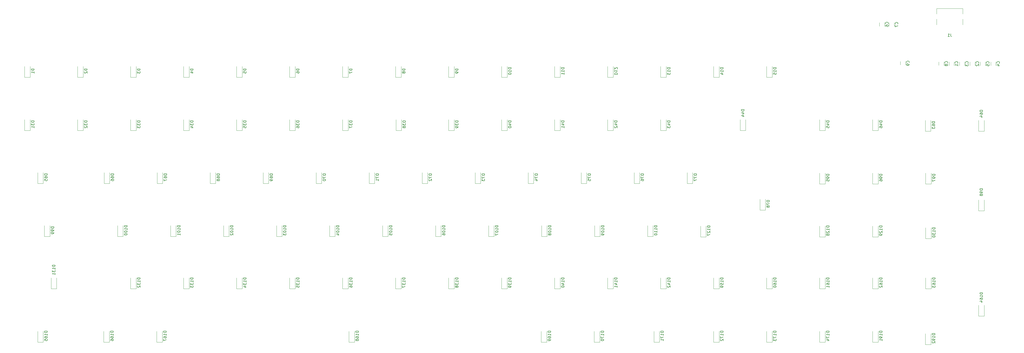
<source format=gbr>
G04 #@! TF.GenerationSoftware,KiCad,Pcbnew,(5.1.4)-1*
G04 #@! TF.CreationDate,2023-02-15T19:25:55+01:00*
G04 #@! TF.ProjectId,pcb,7063622e-6b69-4636-9164-5f7063625858,1.0*
G04 #@! TF.SameCoordinates,Original*
G04 #@! TF.FileFunction,Legend,Bot*
G04 #@! TF.FilePolarity,Positive*
%FSLAX46Y46*%
G04 Gerber Fmt 4.6, Leading zero omitted, Abs format (unit mm)*
G04 Created by KiCad (PCBNEW (5.1.4)-1) date 2023-02-15 19:25:55*
%MOMM*%
%LPD*%
G04 APERTURE LIST*
%ADD10C,0.120000*%
%ADD11C,0.150000*%
G04 APERTURE END LIST*
D10*
X360130000Y-138143064D02*
X360130000Y-136938936D01*
X358310000Y-138143064D02*
X358310000Y-136938936D01*
X350314000Y-180939000D02*
X348314000Y-180939000D01*
X348314000Y-180939000D02*
X348314000Y-177039000D01*
X350314000Y-180939000D02*
X350314000Y-177039000D01*
X97964500Y-199862000D02*
X95964500Y-199862000D01*
X95964500Y-199862000D02*
X95964500Y-195962000D01*
X97964500Y-199862000D02*
X97964500Y-195962000D01*
X55038500Y-218658000D02*
X53038500Y-218658000D01*
X53038500Y-218658000D02*
X53038500Y-214758000D01*
X55038500Y-218658000D02*
X55038500Y-214758000D01*
X155114000Y-199862000D02*
X153114000Y-199862000D01*
X153114000Y-199862000D02*
X153114000Y-195962000D01*
X155114000Y-199862000D02*
X155114000Y-195962000D01*
X350314000Y-199989000D02*
X348314000Y-199989000D01*
X348314000Y-199989000D02*
X348314000Y-196089000D01*
X350314000Y-199989000D02*
X350314000Y-196089000D01*
X174164000Y-199862000D02*
X172164000Y-199862000D01*
X172164000Y-199862000D02*
X172164000Y-195962000D01*
X174164000Y-199862000D02*
X174164000Y-195962000D01*
X369364000Y-200624000D02*
X367364000Y-200624000D01*
X367364000Y-200624000D02*
X367364000Y-196724000D01*
X369364000Y-200624000D02*
X369364000Y-196724000D01*
X193214000Y-199862000D02*
X191214000Y-199862000D01*
X191214000Y-199862000D02*
X191214000Y-195962000D01*
X193214000Y-199862000D02*
X193214000Y-195962000D01*
X369364000Y-180939000D02*
X367364000Y-180939000D01*
X367364000Y-180939000D02*
X367364000Y-177039000D01*
X369364000Y-180939000D02*
X369364000Y-177039000D01*
X388414000Y-190591000D02*
X386414000Y-190591000D01*
X386414000Y-190591000D02*
X386414000Y-186691000D01*
X388414000Y-190591000D02*
X388414000Y-186691000D01*
X288464000Y-199989000D02*
X286464000Y-199989000D01*
X286464000Y-199989000D02*
X286464000Y-196089000D01*
X288464000Y-199989000D02*
X288464000Y-196089000D01*
X231314000Y-199862000D02*
X229314000Y-199862000D01*
X229314000Y-199862000D02*
X229314000Y-195962000D01*
X231314000Y-199862000D02*
X231314000Y-195962000D01*
X250364000Y-199862000D02*
X248364000Y-199862000D01*
X248364000Y-199862000D02*
X248364000Y-195962000D01*
X250364000Y-199862000D02*
X250364000Y-195962000D01*
X52625500Y-199862000D02*
X50625500Y-199862000D01*
X50625500Y-199862000D02*
X50625500Y-195962000D01*
X52625500Y-199862000D02*
X52625500Y-195962000D01*
X136064000Y-199862000D02*
X134064000Y-199862000D01*
X134064000Y-199862000D02*
X134064000Y-195962000D01*
X136064000Y-199862000D02*
X136064000Y-195962000D01*
X78914500Y-199862000D02*
X76914500Y-199862000D01*
X76914500Y-199862000D02*
X76914500Y-195962000D01*
X78914500Y-199862000D02*
X78914500Y-195962000D01*
X212264000Y-199862000D02*
X210264000Y-199862000D01*
X210264000Y-199862000D02*
X210264000Y-195962000D01*
X212264000Y-199862000D02*
X212264000Y-195962000D01*
X331264000Y-237835000D02*
X329264000Y-237835000D01*
X329264000Y-237835000D02*
X329264000Y-233935000D01*
X331264000Y-237835000D02*
X331264000Y-233935000D01*
X197914000Y-161762000D02*
X195914000Y-161762000D01*
X195914000Y-161762000D02*
X195914000Y-157862000D01*
X197914000Y-161762000D02*
X197914000Y-157862000D01*
X255064000Y-161762000D02*
X253064000Y-161762000D01*
X253064000Y-161762000D02*
X253064000Y-157862000D01*
X255064000Y-161762000D02*
X255064000Y-157862000D01*
X231188000Y-237835000D02*
X229188000Y-237835000D01*
X229188000Y-237835000D02*
X229188000Y-233935000D01*
X231188000Y-237835000D02*
X231188000Y-233935000D01*
X140764000Y-218658000D02*
X138764000Y-218658000D01*
X138764000Y-218658000D02*
X138764000Y-214758000D01*
X140764000Y-218658000D02*
X140764000Y-214758000D01*
X178990000Y-161762000D02*
X176990000Y-161762000D01*
X176990000Y-161762000D02*
X176990000Y-157862000D01*
X178990000Y-161762000D02*
X178990000Y-157862000D01*
X271700000Y-237835000D02*
X269700000Y-237835000D01*
X269700000Y-237835000D02*
X269700000Y-233935000D01*
X271700000Y-237835000D02*
X271700000Y-233935000D01*
X250238000Y-237835000D02*
X248238000Y-237835000D01*
X248238000Y-237835000D02*
X248238000Y-233935000D01*
X250238000Y-237835000D02*
X250238000Y-233935000D01*
X274114000Y-218658000D02*
X272114000Y-218658000D01*
X272114000Y-218658000D02*
X272114000Y-214758000D01*
X274114000Y-218658000D02*
X274114000Y-214758000D01*
X236014000Y-161762000D02*
X234014000Y-161762000D01*
X234014000Y-161762000D02*
X234014000Y-157862000D01*
X236014000Y-161762000D02*
X236014000Y-157862000D01*
X302688000Y-161762000D02*
X300688000Y-161762000D01*
X300688000Y-161762000D02*
X300688000Y-157862000D01*
X302688000Y-161762000D02*
X302688000Y-157862000D01*
X64563500Y-161763000D02*
X62563500Y-161763000D01*
X62563500Y-161763000D02*
X62563500Y-157863000D01*
X64563500Y-161763000D02*
X64563500Y-157863000D01*
X159814000Y-161762000D02*
X157814000Y-161762000D01*
X157814000Y-161762000D02*
X157814000Y-157862000D01*
X159814000Y-161762000D02*
X159814000Y-157862000D01*
X350314000Y-161762000D02*
X348314000Y-161762000D01*
X348314000Y-161762000D02*
X348314000Y-157862000D01*
X350314000Y-161762000D02*
X350314000Y-157862000D01*
X121714000Y-161762000D02*
X119714000Y-161762000D01*
X119714000Y-161762000D02*
X119714000Y-157862000D01*
X121714000Y-161762000D02*
X121714000Y-157862000D01*
X83613500Y-161762000D02*
X81613500Y-161762000D01*
X81613500Y-161762000D02*
X81613500Y-157862000D01*
X83613500Y-161762000D02*
X83613500Y-157862000D01*
X293164000Y-237835000D02*
X291164000Y-237835000D01*
X291164000Y-237835000D02*
X291164000Y-233935000D01*
X293164000Y-237835000D02*
X293164000Y-233935000D01*
X140764000Y-161762000D02*
X138764000Y-161762000D01*
X138764000Y-161762000D02*
X138764000Y-157862000D01*
X140764000Y-161762000D02*
X140764000Y-157862000D01*
X102664000Y-161762000D02*
X100664000Y-161762000D01*
X100664000Y-161762000D02*
X100664000Y-157862000D01*
X102664000Y-161762000D02*
X102664000Y-157862000D01*
X331264000Y-161762000D02*
X329264000Y-161762000D01*
X329264000Y-161762000D02*
X329264000Y-157862000D01*
X331264000Y-161762000D02*
X331264000Y-157862000D01*
X312214000Y-237835000D02*
X310214000Y-237835000D01*
X310214000Y-237835000D02*
X310214000Y-233935000D01*
X312214000Y-237835000D02*
X312214000Y-233935000D01*
X162100000Y-237835000D02*
X160100000Y-237835000D01*
X160100000Y-237835000D02*
X160100000Y-233935000D01*
X162100000Y-237835000D02*
X162100000Y-233935000D01*
X216964000Y-161762000D02*
X214964000Y-161762000D01*
X214964000Y-161762000D02*
X214964000Y-157862000D01*
X216964000Y-161762000D02*
X216964000Y-157862000D01*
X274114000Y-161762000D02*
X272114000Y-161762000D01*
X272114000Y-161762000D02*
X272114000Y-157862000D01*
X274114000Y-161762000D02*
X274114000Y-157862000D01*
X369236000Y-162016000D02*
X367236000Y-162016000D01*
X367236000Y-162016000D02*
X367236000Y-158116000D01*
X369236000Y-162016000D02*
X369236000Y-158116000D01*
X331264000Y-180939000D02*
X329264000Y-180939000D01*
X329264000Y-180939000D02*
X329264000Y-177039000D01*
X331264000Y-180939000D02*
X331264000Y-177039000D01*
X388414000Y-162016000D02*
X386414000Y-162016000D01*
X386414000Y-162016000D02*
X386414000Y-158116000D01*
X388414000Y-162016000D02*
X388414000Y-158116000D01*
X93138500Y-180812000D02*
X91138500Y-180812000D01*
X91138500Y-180812000D02*
X91138500Y-176912000D01*
X93138500Y-180812000D02*
X93138500Y-176912000D01*
X150288000Y-180812000D02*
X148288000Y-180812000D01*
X148288000Y-180812000D02*
X148288000Y-176912000D01*
X150288000Y-180812000D02*
X150288000Y-176912000D01*
X264588000Y-180812000D02*
X262588000Y-180812000D01*
X262588000Y-180812000D02*
X262588000Y-176912000D01*
X264588000Y-180812000D02*
X264588000Y-176912000D01*
X207438000Y-180812000D02*
X205438000Y-180812000D01*
X205438000Y-180812000D02*
X205438000Y-176912000D01*
X207438000Y-180812000D02*
X207438000Y-176912000D01*
X245538000Y-180812000D02*
X243538000Y-180812000D01*
X243538000Y-180812000D02*
X243538000Y-176912000D01*
X245538000Y-180812000D02*
X245538000Y-176912000D01*
X226488000Y-180812000D02*
X224488000Y-180812000D01*
X224488000Y-180812000D02*
X224488000Y-176912000D01*
X226488000Y-180812000D02*
X226488000Y-176912000D01*
X309800000Y-190337000D02*
X307800000Y-190337000D01*
X307800000Y-190337000D02*
X307800000Y-186437000D01*
X309800000Y-190337000D02*
X309800000Y-186437000D01*
X131238000Y-180812000D02*
X129238000Y-180812000D01*
X129238000Y-180812000D02*
X129238000Y-176912000D01*
X131238000Y-180812000D02*
X131238000Y-176912000D01*
X369300000Y-238660000D02*
X369300000Y-234760000D01*
X367300000Y-238660000D02*
X367300000Y-234760000D01*
X369300000Y-238660000D02*
X367300000Y-238660000D01*
X74088500Y-180812000D02*
X72088500Y-180812000D01*
X72088500Y-180812000D02*
X72088500Y-176912000D01*
X74088500Y-180812000D02*
X74088500Y-176912000D01*
X117014000Y-199862000D02*
X115014000Y-199862000D01*
X115014000Y-199862000D02*
X115014000Y-195962000D01*
X117014000Y-199862000D02*
X117014000Y-195962000D01*
X188388000Y-180812000D02*
X186388000Y-180812000D01*
X186388000Y-180812000D02*
X186388000Y-176912000D01*
X188388000Y-180812000D02*
X188388000Y-176912000D01*
X269414000Y-199862000D02*
X267414000Y-199862000D01*
X267414000Y-199862000D02*
X267414000Y-195962000D01*
X269414000Y-199862000D02*
X269414000Y-195962000D01*
X331264000Y-199989000D02*
X329264000Y-199989000D01*
X329264000Y-199989000D02*
X329264000Y-196089000D01*
X331264000Y-199989000D02*
X331264000Y-196089000D01*
X169338000Y-180812000D02*
X167338000Y-180812000D01*
X167338000Y-180812000D02*
X167338000Y-176912000D01*
X169338000Y-180812000D02*
X169338000Y-176912000D01*
X50212500Y-180812000D02*
X48212500Y-180812000D01*
X48212500Y-180812000D02*
X48212500Y-176912000D01*
X50212500Y-180812000D02*
X50212500Y-176912000D01*
X112188000Y-180812000D02*
X110188000Y-180812000D01*
X110188000Y-180812000D02*
X110188000Y-176912000D01*
X112188000Y-180812000D02*
X112188000Y-176912000D01*
X283638000Y-180812000D02*
X281638000Y-180812000D01*
X281638000Y-180812000D02*
X281638000Y-176912000D01*
X283638000Y-180812000D02*
X283638000Y-176912000D01*
X312214000Y-218658000D02*
X310214000Y-218658000D01*
X310214000Y-218658000D02*
X310214000Y-214758000D01*
X312214000Y-218658000D02*
X312214000Y-214758000D01*
X121714000Y-218658000D02*
X119714000Y-218658000D01*
X119714000Y-218658000D02*
X119714000Y-214758000D01*
X121714000Y-218658000D02*
X121714000Y-214758000D01*
X255064000Y-218658000D02*
X253064000Y-218658000D01*
X253064000Y-218658000D02*
X253064000Y-214758000D01*
X255064000Y-218658000D02*
X255064000Y-214758000D01*
X83613500Y-218658000D02*
X81613500Y-218658000D01*
X81613500Y-218658000D02*
X81613500Y-214758000D01*
X83613500Y-218658000D02*
X83613500Y-214758000D01*
X178864000Y-218658000D02*
X176864000Y-218658000D01*
X176864000Y-218658000D02*
X176864000Y-214758000D01*
X178864000Y-218658000D02*
X178864000Y-214758000D01*
X331264000Y-218658000D02*
X329264000Y-218658000D01*
X329264000Y-218658000D02*
X329264000Y-214758000D01*
X331264000Y-218658000D02*
X331264000Y-214758000D01*
X159814000Y-218658000D02*
X157814000Y-218658000D01*
X157814000Y-218658000D02*
X157814000Y-214758000D01*
X159814000Y-218658000D02*
X159814000Y-214758000D01*
X102664000Y-218658000D02*
X100664000Y-218658000D01*
X100664000Y-218658000D02*
X100664000Y-214758000D01*
X102664000Y-218658000D02*
X102664000Y-214758000D01*
X350314000Y-237836000D02*
X348314000Y-237836000D01*
X348314000Y-237836000D02*
X348314000Y-233936000D01*
X350314000Y-237836000D02*
X350314000Y-233936000D01*
X350314000Y-218658000D02*
X348314000Y-218658000D01*
X348314000Y-218658000D02*
X348314000Y-214758000D01*
X350314000Y-218658000D02*
X350314000Y-214758000D01*
X50212500Y-237835000D02*
X48212500Y-237835000D01*
X48212500Y-237835000D02*
X48212500Y-233935000D01*
X50212500Y-237835000D02*
X50212500Y-233935000D01*
X93011500Y-237835000D02*
X91011500Y-237835000D01*
X91011500Y-237835000D02*
X91011500Y-233935000D01*
X93011500Y-237835000D02*
X93011500Y-233935000D01*
X73961500Y-237835000D02*
X71961500Y-237835000D01*
X71961500Y-237835000D02*
X71961500Y-233935000D01*
X73961500Y-237835000D02*
X73961500Y-233935000D01*
X236014000Y-218658000D02*
X234014000Y-218658000D01*
X234014000Y-218658000D02*
X234014000Y-214758000D01*
X236014000Y-218658000D02*
X236014000Y-214758000D01*
X197914000Y-218658000D02*
X195914000Y-218658000D01*
X195914000Y-218658000D02*
X195914000Y-214758000D01*
X197914000Y-218658000D02*
X197914000Y-214758000D01*
X388414000Y-228437000D02*
X386414000Y-228437000D01*
X386414000Y-228437000D02*
X386414000Y-224537000D01*
X388414000Y-228437000D02*
X388414000Y-224537000D01*
X369364000Y-218658000D02*
X367364000Y-218658000D01*
X367364000Y-218658000D02*
X367364000Y-214758000D01*
X369364000Y-218658000D02*
X369364000Y-214758000D01*
X216964000Y-218658000D02*
X214964000Y-218658000D01*
X214964000Y-218658000D02*
X214964000Y-214758000D01*
X216964000Y-218658000D02*
X216964000Y-214758000D01*
X293164000Y-218659000D02*
X291164000Y-218659000D01*
X291164000Y-218659000D02*
X291164000Y-214759000D01*
X293164000Y-218659000D02*
X293164000Y-214759000D01*
X45513500Y-161763000D02*
X43513500Y-161763000D01*
X43513500Y-161763000D02*
X43513500Y-157863000D01*
X45513500Y-161763000D02*
X45513500Y-157863000D01*
X140764000Y-142585000D02*
X138764000Y-142585000D01*
X138764000Y-142585000D02*
X138764000Y-138685000D01*
X140764000Y-142585000D02*
X140764000Y-138685000D01*
X83613500Y-142585000D02*
X81613500Y-142585000D01*
X81613500Y-142585000D02*
X81613500Y-138685000D01*
X83613500Y-142585000D02*
X83613500Y-138685000D01*
X121714000Y-142585000D02*
X119714000Y-142585000D01*
X119714000Y-142585000D02*
X119714000Y-138685000D01*
X121714000Y-142585000D02*
X121714000Y-138685000D01*
X159814000Y-142585000D02*
X157814000Y-142585000D01*
X157814000Y-142585000D02*
X157814000Y-138685000D01*
X159814000Y-142585000D02*
X159814000Y-138685000D01*
X64563500Y-142586000D02*
X62563500Y-142586000D01*
X62563500Y-142586000D02*
X62563500Y-138686000D01*
X64563500Y-142586000D02*
X64563500Y-138686000D01*
X293164000Y-142585000D02*
X291164000Y-142585000D01*
X291164000Y-142585000D02*
X291164000Y-138685000D01*
X293164000Y-142585000D02*
X293164000Y-138685000D01*
X216964000Y-142585000D02*
X214964000Y-142585000D01*
X214964000Y-142585000D02*
X214964000Y-138685000D01*
X216964000Y-142585000D02*
X216964000Y-138685000D01*
X236014000Y-142585000D02*
X234014000Y-142585000D01*
X234014000Y-142585000D02*
X234014000Y-138685000D01*
X236014000Y-142585000D02*
X236014000Y-138685000D01*
X197914000Y-142585000D02*
X195914000Y-142585000D01*
X195914000Y-142585000D02*
X195914000Y-138685000D01*
X197914000Y-142585000D02*
X197914000Y-138685000D01*
X102664000Y-142585000D02*
X100664000Y-142585000D01*
X100664000Y-142585000D02*
X100664000Y-138685000D01*
X102664000Y-142585000D02*
X102664000Y-138685000D01*
X255064000Y-142585000D02*
X253064000Y-142585000D01*
X253064000Y-142585000D02*
X253064000Y-138685000D01*
X255064000Y-142585000D02*
X255064000Y-138685000D01*
X178864000Y-142585000D02*
X176864000Y-142585000D01*
X176864000Y-142585000D02*
X176864000Y-138685000D01*
X178864000Y-142585000D02*
X178864000Y-138685000D01*
X312214000Y-142585000D02*
X310214000Y-142585000D01*
X310214000Y-142585000D02*
X310214000Y-138685000D01*
X312214000Y-142585000D02*
X312214000Y-138685000D01*
X274114000Y-142585000D02*
X272114000Y-142585000D01*
X272114000Y-142585000D02*
X272114000Y-138685000D01*
X274114000Y-142585000D02*
X274114000Y-138685000D01*
X45513500Y-142585000D02*
X45513500Y-138685000D01*
X43513500Y-142585000D02*
X43513500Y-138685000D01*
X45513500Y-142585000D02*
X43513500Y-142585000D01*
X371347000Y-119812000D02*
X371347000Y-117912000D01*
X371347000Y-123712000D02*
X371347000Y-121712000D01*
X380747000Y-119812000D02*
X380747000Y-117912000D01*
X380747000Y-123712000D02*
X380747000Y-121712000D01*
X371347000Y-117912000D02*
X380747000Y-117912000D01*
X375772000Y-138334064D02*
X375772000Y-137129936D01*
X377592000Y-138334064D02*
X377592000Y-137129936D01*
X383265000Y-138334064D02*
X383265000Y-137129936D01*
X385085000Y-138334064D02*
X385085000Y-137129936D01*
X379518000Y-138334064D02*
X379518000Y-137129936D01*
X381338000Y-138334064D02*
X381338000Y-137129936D01*
X392578000Y-138334064D02*
X392578000Y-137129936D01*
X390758000Y-138334064D02*
X390758000Y-137129936D01*
X388832000Y-138334064D02*
X388832000Y-137129936D01*
X387012000Y-138334064D02*
X387012000Y-137129936D01*
X350753000Y-124188064D02*
X350753000Y-122983936D01*
X352573000Y-124188064D02*
X352573000Y-122983936D01*
X356065000Y-124236064D02*
X356065000Y-123031936D01*
X354245000Y-124236064D02*
X354245000Y-123031936D01*
X373909000Y-138298064D02*
X373909000Y-137093936D01*
X372089000Y-138298064D02*
X372089000Y-137093936D01*
D11*
X361397142Y-137374333D02*
X361444761Y-137326714D01*
X361492380Y-137183857D01*
X361492380Y-137088619D01*
X361444761Y-136945761D01*
X361349523Y-136850523D01*
X361254285Y-136802904D01*
X361063809Y-136755285D01*
X360920952Y-136755285D01*
X360730476Y-136802904D01*
X360635238Y-136850523D01*
X360540000Y-136945761D01*
X360492380Y-137088619D01*
X360492380Y-137183857D01*
X360540000Y-137326714D01*
X360587619Y-137374333D01*
X361492380Y-137850523D02*
X361492380Y-138041000D01*
X361444761Y-138136238D01*
X361397142Y-138183857D01*
X361254285Y-138279095D01*
X361063809Y-138326714D01*
X360682857Y-138326714D01*
X360587619Y-138279095D01*
X360540000Y-138231476D01*
X360492380Y-138136238D01*
X360492380Y-137945761D01*
X360540000Y-137850523D01*
X360587619Y-137802904D01*
X360682857Y-137755285D01*
X360920952Y-137755285D01*
X361016190Y-137802904D01*
X361063809Y-137850523D01*
X361111428Y-137945761D01*
X361111428Y-138136238D01*
X361063809Y-138231476D01*
X361016190Y-138279095D01*
X360920952Y-138326714D01*
X351766380Y-177474714D02*
X350766380Y-177474714D01*
X350766380Y-177712809D01*
X350814000Y-177855666D01*
X350909238Y-177950904D01*
X351004476Y-177998523D01*
X351194952Y-178046142D01*
X351337809Y-178046142D01*
X351528285Y-177998523D01*
X351623523Y-177950904D01*
X351718761Y-177855666D01*
X351766380Y-177712809D01*
X351766380Y-177474714D01*
X351766380Y-178522333D02*
X351766380Y-178712809D01*
X351718761Y-178808047D01*
X351671142Y-178855666D01*
X351528285Y-178950904D01*
X351337809Y-178998523D01*
X350956857Y-178998523D01*
X350861619Y-178950904D01*
X350814000Y-178903285D01*
X350766380Y-178808047D01*
X350766380Y-178617571D01*
X350814000Y-178522333D01*
X350861619Y-178474714D01*
X350956857Y-178427095D01*
X351194952Y-178427095D01*
X351290190Y-178474714D01*
X351337809Y-178522333D01*
X351385428Y-178617571D01*
X351385428Y-178808047D01*
X351337809Y-178903285D01*
X351290190Y-178950904D01*
X351194952Y-178998523D01*
X350766380Y-179855666D02*
X350766380Y-179665190D01*
X350814000Y-179569952D01*
X350861619Y-179522333D01*
X351004476Y-179427095D01*
X351194952Y-179379476D01*
X351575904Y-179379476D01*
X351671142Y-179427095D01*
X351718761Y-179474714D01*
X351766380Y-179569952D01*
X351766380Y-179760428D01*
X351718761Y-179855666D01*
X351671142Y-179903285D01*
X351575904Y-179950904D01*
X351337809Y-179950904D01*
X351242571Y-179903285D01*
X351194952Y-179855666D01*
X351147333Y-179760428D01*
X351147333Y-179569952D01*
X351194952Y-179474714D01*
X351242571Y-179427095D01*
X351337809Y-179379476D01*
X99416880Y-195921523D02*
X98416880Y-195921523D01*
X98416880Y-196159619D01*
X98464500Y-196302476D01*
X98559738Y-196397714D01*
X98654976Y-196445333D01*
X98845452Y-196492952D01*
X98988309Y-196492952D01*
X99178785Y-196445333D01*
X99274023Y-196397714D01*
X99369261Y-196302476D01*
X99416880Y-196159619D01*
X99416880Y-195921523D01*
X99416880Y-197445333D02*
X99416880Y-196873904D01*
X99416880Y-197159619D02*
X98416880Y-197159619D01*
X98559738Y-197064380D01*
X98654976Y-196969142D01*
X98702595Y-196873904D01*
X98416880Y-198064380D02*
X98416880Y-198159619D01*
X98464500Y-198254857D01*
X98512119Y-198302476D01*
X98607357Y-198350095D01*
X98797833Y-198397714D01*
X99035928Y-198397714D01*
X99226404Y-198350095D01*
X99321642Y-198302476D01*
X99369261Y-198254857D01*
X99416880Y-198159619D01*
X99416880Y-198064380D01*
X99369261Y-197969142D01*
X99321642Y-197921523D01*
X99226404Y-197873904D01*
X99035928Y-197826285D01*
X98797833Y-197826285D01*
X98607357Y-197873904D01*
X98512119Y-197921523D01*
X98464500Y-197969142D01*
X98416880Y-198064380D01*
X99416880Y-199350095D02*
X99416880Y-198778666D01*
X99416880Y-199064380D02*
X98416880Y-199064380D01*
X98559738Y-198969142D01*
X98654976Y-198873904D01*
X98702595Y-198778666D01*
X54490880Y-210145523D02*
X53490880Y-210145523D01*
X53490880Y-210383619D01*
X53538500Y-210526476D01*
X53633738Y-210621714D01*
X53728976Y-210669333D01*
X53919452Y-210716952D01*
X54062309Y-210716952D01*
X54252785Y-210669333D01*
X54348023Y-210621714D01*
X54443261Y-210526476D01*
X54490880Y-210383619D01*
X54490880Y-210145523D01*
X54490880Y-211669333D02*
X54490880Y-211097904D01*
X54490880Y-211383619D02*
X53490880Y-211383619D01*
X53633738Y-211288380D01*
X53728976Y-211193142D01*
X53776595Y-211097904D01*
X53490880Y-212002666D02*
X53490880Y-212621714D01*
X53871833Y-212288380D01*
X53871833Y-212431238D01*
X53919452Y-212526476D01*
X53967071Y-212574095D01*
X54062309Y-212621714D01*
X54300404Y-212621714D01*
X54395642Y-212574095D01*
X54443261Y-212526476D01*
X54490880Y-212431238D01*
X54490880Y-212145523D01*
X54443261Y-212050285D01*
X54395642Y-212002666D01*
X54490880Y-213574095D02*
X54490880Y-213002666D01*
X54490880Y-213288380D02*
X53490880Y-213288380D01*
X53633738Y-213193142D01*
X53728976Y-213097904D01*
X53776595Y-213002666D01*
X156566380Y-195921523D02*
X155566380Y-195921523D01*
X155566380Y-196159619D01*
X155614000Y-196302476D01*
X155709238Y-196397714D01*
X155804476Y-196445333D01*
X155994952Y-196492952D01*
X156137809Y-196492952D01*
X156328285Y-196445333D01*
X156423523Y-196397714D01*
X156518761Y-196302476D01*
X156566380Y-196159619D01*
X156566380Y-195921523D01*
X156566380Y-197445333D02*
X156566380Y-196873904D01*
X156566380Y-197159619D02*
X155566380Y-197159619D01*
X155709238Y-197064380D01*
X155804476Y-196969142D01*
X155852095Y-196873904D01*
X155566380Y-198064380D02*
X155566380Y-198159619D01*
X155614000Y-198254857D01*
X155661619Y-198302476D01*
X155756857Y-198350095D01*
X155947333Y-198397714D01*
X156185428Y-198397714D01*
X156375904Y-198350095D01*
X156471142Y-198302476D01*
X156518761Y-198254857D01*
X156566380Y-198159619D01*
X156566380Y-198064380D01*
X156518761Y-197969142D01*
X156471142Y-197921523D01*
X156375904Y-197873904D01*
X156185428Y-197826285D01*
X155947333Y-197826285D01*
X155756857Y-197873904D01*
X155661619Y-197921523D01*
X155614000Y-197969142D01*
X155566380Y-198064380D01*
X155899714Y-199254857D02*
X156566380Y-199254857D01*
X155518761Y-199016761D02*
X156233047Y-198778666D01*
X156233047Y-199397714D01*
X351766380Y-196048523D02*
X350766380Y-196048523D01*
X350766380Y-196286619D01*
X350814000Y-196429476D01*
X350909238Y-196524714D01*
X351004476Y-196572333D01*
X351194952Y-196619952D01*
X351337809Y-196619952D01*
X351528285Y-196572333D01*
X351623523Y-196524714D01*
X351718761Y-196429476D01*
X351766380Y-196286619D01*
X351766380Y-196048523D01*
X351766380Y-197572333D02*
X351766380Y-197000904D01*
X351766380Y-197286619D02*
X350766380Y-197286619D01*
X350909238Y-197191380D01*
X351004476Y-197096142D01*
X351052095Y-197000904D01*
X350861619Y-197953285D02*
X350814000Y-198000904D01*
X350766380Y-198096142D01*
X350766380Y-198334238D01*
X350814000Y-198429476D01*
X350861619Y-198477095D01*
X350956857Y-198524714D01*
X351052095Y-198524714D01*
X351194952Y-198477095D01*
X351766380Y-197905666D01*
X351766380Y-198524714D01*
X351766380Y-199000904D02*
X351766380Y-199191380D01*
X351718761Y-199286619D01*
X351671142Y-199334238D01*
X351528285Y-199429476D01*
X351337809Y-199477095D01*
X350956857Y-199477095D01*
X350861619Y-199429476D01*
X350814000Y-199381857D01*
X350766380Y-199286619D01*
X350766380Y-199096142D01*
X350814000Y-199000904D01*
X350861619Y-198953285D01*
X350956857Y-198905666D01*
X351194952Y-198905666D01*
X351290190Y-198953285D01*
X351337809Y-199000904D01*
X351385428Y-199096142D01*
X351385428Y-199286619D01*
X351337809Y-199381857D01*
X351290190Y-199429476D01*
X351194952Y-199477095D01*
X175616380Y-195921523D02*
X174616380Y-195921523D01*
X174616380Y-196159619D01*
X174664000Y-196302476D01*
X174759238Y-196397714D01*
X174854476Y-196445333D01*
X175044952Y-196492952D01*
X175187809Y-196492952D01*
X175378285Y-196445333D01*
X175473523Y-196397714D01*
X175568761Y-196302476D01*
X175616380Y-196159619D01*
X175616380Y-195921523D01*
X175616380Y-197445333D02*
X175616380Y-196873904D01*
X175616380Y-197159619D02*
X174616380Y-197159619D01*
X174759238Y-197064380D01*
X174854476Y-196969142D01*
X174902095Y-196873904D01*
X174616380Y-198064380D02*
X174616380Y-198159619D01*
X174664000Y-198254857D01*
X174711619Y-198302476D01*
X174806857Y-198350095D01*
X174997333Y-198397714D01*
X175235428Y-198397714D01*
X175425904Y-198350095D01*
X175521142Y-198302476D01*
X175568761Y-198254857D01*
X175616380Y-198159619D01*
X175616380Y-198064380D01*
X175568761Y-197969142D01*
X175521142Y-197921523D01*
X175425904Y-197873904D01*
X175235428Y-197826285D01*
X174997333Y-197826285D01*
X174806857Y-197873904D01*
X174711619Y-197921523D01*
X174664000Y-197969142D01*
X174616380Y-198064380D01*
X174616380Y-199302476D02*
X174616380Y-198826285D01*
X175092571Y-198778666D01*
X175044952Y-198826285D01*
X174997333Y-198921523D01*
X174997333Y-199159619D01*
X175044952Y-199254857D01*
X175092571Y-199302476D01*
X175187809Y-199350095D01*
X175425904Y-199350095D01*
X175521142Y-199302476D01*
X175568761Y-199254857D01*
X175616380Y-199159619D01*
X175616380Y-198921523D01*
X175568761Y-198826285D01*
X175521142Y-198778666D01*
X370816380Y-196683523D02*
X369816380Y-196683523D01*
X369816380Y-196921619D01*
X369864000Y-197064476D01*
X369959238Y-197159714D01*
X370054476Y-197207333D01*
X370244952Y-197254952D01*
X370387809Y-197254952D01*
X370578285Y-197207333D01*
X370673523Y-197159714D01*
X370768761Y-197064476D01*
X370816380Y-196921619D01*
X370816380Y-196683523D01*
X370816380Y-198207333D02*
X370816380Y-197635904D01*
X370816380Y-197921619D02*
X369816380Y-197921619D01*
X369959238Y-197826380D01*
X370054476Y-197731142D01*
X370102095Y-197635904D01*
X369816380Y-198540666D02*
X369816380Y-199159714D01*
X370197333Y-198826380D01*
X370197333Y-198969238D01*
X370244952Y-199064476D01*
X370292571Y-199112095D01*
X370387809Y-199159714D01*
X370625904Y-199159714D01*
X370721142Y-199112095D01*
X370768761Y-199064476D01*
X370816380Y-198969238D01*
X370816380Y-198683523D01*
X370768761Y-198588285D01*
X370721142Y-198540666D01*
X369816380Y-199778761D02*
X369816380Y-199874000D01*
X369864000Y-199969238D01*
X369911619Y-200016857D01*
X370006857Y-200064476D01*
X370197333Y-200112095D01*
X370435428Y-200112095D01*
X370625904Y-200064476D01*
X370721142Y-200016857D01*
X370768761Y-199969238D01*
X370816380Y-199874000D01*
X370816380Y-199778761D01*
X370768761Y-199683523D01*
X370721142Y-199635904D01*
X370625904Y-199588285D01*
X370435428Y-199540666D01*
X370197333Y-199540666D01*
X370006857Y-199588285D01*
X369911619Y-199635904D01*
X369864000Y-199683523D01*
X369816380Y-199778761D01*
X194666380Y-195921523D02*
X193666380Y-195921523D01*
X193666380Y-196159619D01*
X193714000Y-196302476D01*
X193809238Y-196397714D01*
X193904476Y-196445333D01*
X194094952Y-196492952D01*
X194237809Y-196492952D01*
X194428285Y-196445333D01*
X194523523Y-196397714D01*
X194618761Y-196302476D01*
X194666380Y-196159619D01*
X194666380Y-195921523D01*
X194666380Y-197445333D02*
X194666380Y-196873904D01*
X194666380Y-197159619D02*
X193666380Y-197159619D01*
X193809238Y-197064380D01*
X193904476Y-196969142D01*
X193952095Y-196873904D01*
X193666380Y-198064380D02*
X193666380Y-198159619D01*
X193714000Y-198254857D01*
X193761619Y-198302476D01*
X193856857Y-198350095D01*
X194047333Y-198397714D01*
X194285428Y-198397714D01*
X194475904Y-198350095D01*
X194571142Y-198302476D01*
X194618761Y-198254857D01*
X194666380Y-198159619D01*
X194666380Y-198064380D01*
X194618761Y-197969142D01*
X194571142Y-197921523D01*
X194475904Y-197873904D01*
X194285428Y-197826285D01*
X194047333Y-197826285D01*
X193856857Y-197873904D01*
X193761619Y-197921523D01*
X193714000Y-197969142D01*
X193666380Y-198064380D01*
X193666380Y-199254857D02*
X193666380Y-199064380D01*
X193714000Y-198969142D01*
X193761619Y-198921523D01*
X193904476Y-198826285D01*
X194094952Y-198778666D01*
X194475904Y-198778666D01*
X194571142Y-198826285D01*
X194618761Y-198873904D01*
X194666380Y-198969142D01*
X194666380Y-199159619D01*
X194618761Y-199254857D01*
X194571142Y-199302476D01*
X194475904Y-199350095D01*
X194237809Y-199350095D01*
X194142571Y-199302476D01*
X194094952Y-199254857D01*
X194047333Y-199159619D01*
X194047333Y-198969142D01*
X194094952Y-198873904D01*
X194142571Y-198826285D01*
X194237809Y-198778666D01*
X370816380Y-177474714D02*
X369816380Y-177474714D01*
X369816380Y-177712809D01*
X369864000Y-177855666D01*
X369959238Y-177950904D01*
X370054476Y-177998523D01*
X370244952Y-178046142D01*
X370387809Y-178046142D01*
X370578285Y-177998523D01*
X370673523Y-177950904D01*
X370768761Y-177855666D01*
X370816380Y-177712809D01*
X370816380Y-177474714D01*
X370816380Y-178522333D02*
X370816380Y-178712809D01*
X370768761Y-178808047D01*
X370721142Y-178855666D01*
X370578285Y-178950904D01*
X370387809Y-178998523D01*
X370006857Y-178998523D01*
X369911619Y-178950904D01*
X369864000Y-178903285D01*
X369816380Y-178808047D01*
X369816380Y-178617571D01*
X369864000Y-178522333D01*
X369911619Y-178474714D01*
X370006857Y-178427095D01*
X370244952Y-178427095D01*
X370340190Y-178474714D01*
X370387809Y-178522333D01*
X370435428Y-178617571D01*
X370435428Y-178808047D01*
X370387809Y-178903285D01*
X370340190Y-178950904D01*
X370244952Y-178998523D01*
X369816380Y-179331857D02*
X369816380Y-179998523D01*
X370816380Y-179569952D01*
X387866380Y-182681714D02*
X386866380Y-182681714D01*
X386866380Y-182919809D01*
X386914000Y-183062666D01*
X387009238Y-183157904D01*
X387104476Y-183205523D01*
X387294952Y-183253142D01*
X387437809Y-183253142D01*
X387628285Y-183205523D01*
X387723523Y-183157904D01*
X387818761Y-183062666D01*
X387866380Y-182919809D01*
X387866380Y-182681714D01*
X387866380Y-183729333D02*
X387866380Y-183919809D01*
X387818761Y-184015047D01*
X387771142Y-184062666D01*
X387628285Y-184157904D01*
X387437809Y-184205523D01*
X387056857Y-184205523D01*
X386961619Y-184157904D01*
X386914000Y-184110285D01*
X386866380Y-184015047D01*
X386866380Y-183824571D01*
X386914000Y-183729333D01*
X386961619Y-183681714D01*
X387056857Y-183634095D01*
X387294952Y-183634095D01*
X387390190Y-183681714D01*
X387437809Y-183729333D01*
X387485428Y-183824571D01*
X387485428Y-184015047D01*
X387437809Y-184110285D01*
X387390190Y-184157904D01*
X387294952Y-184205523D01*
X387294952Y-184776952D02*
X387247333Y-184681714D01*
X387199714Y-184634095D01*
X387104476Y-184586476D01*
X387056857Y-184586476D01*
X386961619Y-184634095D01*
X386914000Y-184681714D01*
X386866380Y-184776952D01*
X386866380Y-184967428D01*
X386914000Y-185062666D01*
X386961619Y-185110285D01*
X387056857Y-185157904D01*
X387104476Y-185157904D01*
X387199714Y-185110285D01*
X387247333Y-185062666D01*
X387294952Y-184967428D01*
X387294952Y-184776952D01*
X387342571Y-184681714D01*
X387390190Y-184634095D01*
X387485428Y-184586476D01*
X387675904Y-184586476D01*
X387771142Y-184634095D01*
X387818761Y-184681714D01*
X387866380Y-184776952D01*
X387866380Y-184967428D01*
X387818761Y-185062666D01*
X387771142Y-185110285D01*
X387675904Y-185157904D01*
X387485428Y-185157904D01*
X387390190Y-185110285D01*
X387342571Y-185062666D01*
X387294952Y-184967428D01*
X289916380Y-196048523D02*
X288916380Y-196048523D01*
X288916380Y-196286619D01*
X288964000Y-196429476D01*
X289059238Y-196524714D01*
X289154476Y-196572333D01*
X289344952Y-196619952D01*
X289487809Y-196619952D01*
X289678285Y-196572333D01*
X289773523Y-196524714D01*
X289868761Y-196429476D01*
X289916380Y-196286619D01*
X289916380Y-196048523D01*
X289916380Y-197572333D02*
X289916380Y-197000904D01*
X289916380Y-197286619D02*
X288916380Y-197286619D01*
X289059238Y-197191380D01*
X289154476Y-197096142D01*
X289202095Y-197000904D01*
X289011619Y-197953285D02*
X288964000Y-198000904D01*
X288916380Y-198096142D01*
X288916380Y-198334238D01*
X288964000Y-198429476D01*
X289011619Y-198477095D01*
X289106857Y-198524714D01*
X289202095Y-198524714D01*
X289344952Y-198477095D01*
X289916380Y-197905666D01*
X289916380Y-198524714D01*
X288916380Y-198858047D02*
X288916380Y-199524714D01*
X289916380Y-199096142D01*
X232766380Y-195921523D02*
X231766380Y-195921523D01*
X231766380Y-196159619D01*
X231814000Y-196302476D01*
X231909238Y-196397714D01*
X232004476Y-196445333D01*
X232194952Y-196492952D01*
X232337809Y-196492952D01*
X232528285Y-196445333D01*
X232623523Y-196397714D01*
X232718761Y-196302476D01*
X232766380Y-196159619D01*
X232766380Y-195921523D01*
X232766380Y-197445333D02*
X232766380Y-196873904D01*
X232766380Y-197159619D02*
X231766380Y-197159619D01*
X231909238Y-197064380D01*
X232004476Y-196969142D01*
X232052095Y-196873904D01*
X231766380Y-198064380D02*
X231766380Y-198159619D01*
X231814000Y-198254857D01*
X231861619Y-198302476D01*
X231956857Y-198350095D01*
X232147333Y-198397714D01*
X232385428Y-198397714D01*
X232575904Y-198350095D01*
X232671142Y-198302476D01*
X232718761Y-198254857D01*
X232766380Y-198159619D01*
X232766380Y-198064380D01*
X232718761Y-197969142D01*
X232671142Y-197921523D01*
X232575904Y-197873904D01*
X232385428Y-197826285D01*
X232147333Y-197826285D01*
X231956857Y-197873904D01*
X231861619Y-197921523D01*
X231814000Y-197969142D01*
X231766380Y-198064380D01*
X232194952Y-198969142D02*
X232147333Y-198873904D01*
X232099714Y-198826285D01*
X232004476Y-198778666D01*
X231956857Y-198778666D01*
X231861619Y-198826285D01*
X231814000Y-198873904D01*
X231766380Y-198969142D01*
X231766380Y-199159619D01*
X231814000Y-199254857D01*
X231861619Y-199302476D01*
X231956857Y-199350095D01*
X232004476Y-199350095D01*
X232099714Y-199302476D01*
X232147333Y-199254857D01*
X232194952Y-199159619D01*
X232194952Y-198969142D01*
X232242571Y-198873904D01*
X232290190Y-198826285D01*
X232385428Y-198778666D01*
X232575904Y-198778666D01*
X232671142Y-198826285D01*
X232718761Y-198873904D01*
X232766380Y-198969142D01*
X232766380Y-199159619D01*
X232718761Y-199254857D01*
X232671142Y-199302476D01*
X232575904Y-199350095D01*
X232385428Y-199350095D01*
X232290190Y-199302476D01*
X232242571Y-199254857D01*
X232194952Y-199159619D01*
X251816380Y-195921523D02*
X250816380Y-195921523D01*
X250816380Y-196159619D01*
X250864000Y-196302476D01*
X250959238Y-196397714D01*
X251054476Y-196445333D01*
X251244952Y-196492952D01*
X251387809Y-196492952D01*
X251578285Y-196445333D01*
X251673523Y-196397714D01*
X251768761Y-196302476D01*
X251816380Y-196159619D01*
X251816380Y-195921523D01*
X251816380Y-197445333D02*
X251816380Y-196873904D01*
X251816380Y-197159619D02*
X250816380Y-197159619D01*
X250959238Y-197064380D01*
X251054476Y-196969142D01*
X251102095Y-196873904D01*
X250816380Y-198064380D02*
X250816380Y-198159619D01*
X250864000Y-198254857D01*
X250911619Y-198302476D01*
X251006857Y-198350095D01*
X251197333Y-198397714D01*
X251435428Y-198397714D01*
X251625904Y-198350095D01*
X251721142Y-198302476D01*
X251768761Y-198254857D01*
X251816380Y-198159619D01*
X251816380Y-198064380D01*
X251768761Y-197969142D01*
X251721142Y-197921523D01*
X251625904Y-197873904D01*
X251435428Y-197826285D01*
X251197333Y-197826285D01*
X251006857Y-197873904D01*
X250911619Y-197921523D01*
X250864000Y-197969142D01*
X250816380Y-198064380D01*
X251816380Y-198873904D02*
X251816380Y-199064380D01*
X251768761Y-199159619D01*
X251721142Y-199207238D01*
X251578285Y-199302476D01*
X251387809Y-199350095D01*
X251006857Y-199350095D01*
X250911619Y-199302476D01*
X250864000Y-199254857D01*
X250816380Y-199159619D01*
X250816380Y-198969142D01*
X250864000Y-198873904D01*
X250911619Y-198826285D01*
X251006857Y-198778666D01*
X251244952Y-198778666D01*
X251340190Y-198826285D01*
X251387809Y-198873904D01*
X251435428Y-198969142D01*
X251435428Y-199159619D01*
X251387809Y-199254857D01*
X251340190Y-199302476D01*
X251244952Y-199350095D01*
X54077880Y-196397714D02*
X53077880Y-196397714D01*
X53077880Y-196635809D01*
X53125500Y-196778666D01*
X53220738Y-196873904D01*
X53315976Y-196921523D01*
X53506452Y-196969142D01*
X53649309Y-196969142D01*
X53839785Y-196921523D01*
X53935023Y-196873904D01*
X54030261Y-196778666D01*
X54077880Y-196635809D01*
X54077880Y-196397714D01*
X54077880Y-197445333D02*
X54077880Y-197635809D01*
X54030261Y-197731047D01*
X53982642Y-197778666D01*
X53839785Y-197873904D01*
X53649309Y-197921523D01*
X53268357Y-197921523D01*
X53173119Y-197873904D01*
X53125500Y-197826285D01*
X53077880Y-197731047D01*
X53077880Y-197540571D01*
X53125500Y-197445333D01*
X53173119Y-197397714D01*
X53268357Y-197350095D01*
X53506452Y-197350095D01*
X53601690Y-197397714D01*
X53649309Y-197445333D01*
X53696928Y-197540571D01*
X53696928Y-197731047D01*
X53649309Y-197826285D01*
X53601690Y-197873904D01*
X53506452Y-197921523D01*
X54077880Y-198397714D02*
X54077880Y-198588190D01*
X54030261Y-198683428D01*
X53982642Y-198731047D01*
X53839785Y-198826285D01*
X53649309Y-198873904D01*
X53268357Y-198873904D01*
X53173119Y-198826285D01*
X53125500Y-198778666D01*
X53077880Y-198683428D01*
X53077880Y-198492952D01*
X53125500Y-198397714D01*
X53173119Y-198350095D01*
X53268357Y-198302476D01*
X53506452Y-198302476D01*
X53601690Y-198350095D01*
X53649309Y-198397714D01*
X53696928Y-198492952D01*
X53696928Y-198683428D01*
X53649309Y-198778666D01*
X53601690Y-198826285D01*
X53506452Y-198873904D01*
X137516380Y-195921523D02*
X136516380Y-195921523D01*
X136516380Y-196159619D01*
X136564000Y-196302476D01*
X136659238Y-196397714D01*
X136754476Y-196445333D01*
X136944952Y-196492952D01*
X137087809Y-196492952D01*
X137278285Y-196445333D01*
X137373523Y-196397714D01*
X137468761Y-196302476D01*
X137516380Y-196159619D01*
X137516380Y-195921523D01*
X137516380Y-197445333D02*
X137516380Y-196873904D01*
X137516380Y-197159619D02*
X136516380Y-197159619D01*
X136659238Y-197064380D01*
X136754476Y-196969142D01*
X136802095Y-196873904D01*
X136516380Y-198064380D02*
X136516380Y-198159619D01*
X136564000Y-198254857D01*
X136611619Y-198302476D01*
X136706857Y-198350095D01*
X136897333Y-198397714D01*
X137135428Y-198397714D01*
X137325904Y-198350095D01*
X137421142Y-198302476D01*
X137468761Y-198254857D01*
X137516380Y-198159619D01*
X137516380Y-198064380D01*
X137468761Y-197969142D01*
X137421142Y-197921523D01*
X137325904Y-197873904D01*
X137135428Y-197826285D01*
X136897333Y-197826285D01*
X136706857Y-197873904D01*
X136611619Y-197921523D01*
X136564000Y-197969142D01*
X136516380Y-198064380D01*
X136516380Y-198731047D02*
X136516380Y-199350095D01*
X136897333Y-199016761D01*
X136897333Y-199159619D01*
X136944952Y-199254857D01*
X136992571Y-199302476D01*
X137087809Y-199350095D01*
X137325904Y-199350095D01*
X137421142Y-199302476D01*
X137468761Y-199254857D01*
X137516380Y-199159619D01*
X137516380Y-198873904D01*
X137468761Y-198778666D01*
X137421142Y-198731047D01*
X80366880Y-195921523D02*
X79366880Y-195921523D01*
X79366880Y-196159619D01*
X79414500Y-196302476D01*
X79509738Y-196397714D01*
X79604976Y-196445333D01*
X79795452Y-196492952D01*
X79938309Y-196492952D01*
X80128785Y-196445333D01*
X80224023Y-196397714D01*
X80319261Y-196302476D01*
X80366880Y-196159619D01*
X80366880Y-195921523D01*
X80366880Y-197445333D02*
X80366880Y-196873904D01*
X80366880Y-197159619D02*
X79366880Y-197159619D01*
X79509738Y-197064380D01*
X79604976Y-196969142D01*
X79652595Y-196873904D01*
X79366880Y-198064380D02*
X79366880Y-198159619D01*
X79414500Y-198254857D01*
X79462119Y-198302476D01*
X79557357Y-198350095D01*
X79747833Y-198397714D01*
X79985928Y-198397714D01*
X80176404Y-198350095D01*
X80271642Y-198302476D01*
X80319261Y-198254857D01*
X80366880Y-198159619D01*
X80366880Y-198064380D01*
X80319261Y-197969142D01*
X80271642Y-197921523D01*
X80176404Y-197873904D01*
X79985928Y-197826285D01*
X79747833Y-197826285D01*
X79557357Y-197873904D01*
X79462119Y-197921523D01*
X79414500Y-197969142D01*
X79366880Y-198064380D01*
X79366880Y-199016761D02*
X79366880Y-199112000D01*
X79414500Y-199207238D01*
X79462119Y-199254857D01*
X79557357Y-199302476D01*
X79747833Y-199350095D01*
X79985928Y-199350095D01*
X80176404Y-199302476D01*
X80271642Y-199254857D01*
X80319261Y-199207238D01*
X80366880Y-199112000D01*
X80366880Y-199016761D01*
X80319261Y-198921523D01*
X80271642Y-198873904D01*
X80176404Y-198826285D01*
X79985928Y-198778666D01*
X79747833Y-198778666D01*
X79557357Y-198826285D01*
X79462119Y-198873904D01*
X79414500Y-198921523D01*
X79366880Y-199016761D01*
X213716380Y-195921523D02*
X212716380Y-195921523D01*
X212716380Y-196159619D01*
X212764000Y-196302476D01*
X212859238Y-196397714D01*
X212954476Y-196445333D01*
X213144952Y-196492952D01*
X213287809Y-196492952D01*
X213478285Y-196445333D01*
X213573523Y-196397714D01*
X213668761Y-196302476D01*
X213716380Y-196159619D01*
X213716380Y-195921523D01*
X213716380Y-197445333D02*
X213716380Y-196873904D01*
X213716380Y-197159619D02*
X212716380Y-197159619D01*
X212859238Y-197064380D01*
X212954476Y-196969142D01*
X213002095Y-196873904D01*
X212716380Y-198064380D02*
X212716380Y-198159619D01*
X212764000Y-198254857D01*
X212811619Y-198302476D01*
X212906857Y-198350095D01*
X213097333Y-198397714D01*
X213335428Y-198397714D01*
X213525904Y-198350095D01*
X213621142Y-198302476D01*
X213668761Y-198254857D01*
X213716380Y-198159619D01*
X213716380Y-198064380D01*
X213668761Y-197969142D01*
X213621142Y-197921523D01*
X213525904Y-197873904D01*
X213335428Y-197826285D01*
X213097333Y-197826285D01*
X212906857Y-197873904D01*
X212811619Y-197921523D01*
X212764000Y-197969142D01*
X212716380Y-198064380D01*
X212716380Y-198731047D02*
X212716380Y-199397714D01*
X213716380Y-198969142D01*
X332716380Y-233894523D02*
X331716380Y-233894523D01*
X331716380Y-234132619D01*
X331764000Y-234275476D01*
X331859238Y-234370714D01*
X331954476Y-234418333D01*
X332144952Y-234465952D01*
X332287809Y-234465952D01*
X332478285Y-234418333D01*
X332573523Y-234370714D01*
X332668761Y-234275476D01*
X332716380Y-234132619D01*
X332716380Y-233894523D01*
X332716380Y-235418333D02*
X332716380Y-234846904D01*
X332716380Y-235132619D02*
X331716380Y-235132619D01*
X331859238Y-235037380D01*
X331954476Y-234942142D01*
X332002095Y-234846904D01*
X331716380Y-235751666D02*
X331716380Y-236418333D01*
X332716380Y-235989761D01*
X332049714Y-237227857D02*
X332716380Y-237227857D01*
X331668761Y-236989761D02*
X332383047Y-236751666D01*
X332383047Y-237370714D01*
X199366380Y-158297714D02*
X198366380Y-158297714D01*
X198366380Y-158535809D01*
X198414000Y-158678666D01*
X198509238Y-158773904D01*
X198604476Y-158821523D01*
X198794952Y-158869142D01*
X198937809Y-158869142D01*
X199128285Y-158821523D01*
X199223523Y-158773904D01*
X199318761Y-158678666D01*
X199366380Y-158535809D01*
X199366380Y-158297714D01*
X198366380Y-159202476D02*
X198366380Y-159821523D01*
X198747333Y-159488190D01*
X198747333Y-159631047D01*
X198794952Y-159726285D01*
X198842571Y-159773904D01*
X198937809Y-159821523D01*
X199175904Y-159821523D01*
X199271142Y-159773904D01*
X199318761Y-159726285D01*
X199366380Y-159631047D01*
X199366380Y-159345333D01*
X199318761Y-159250095D01*
X199271142Y-159202476D01*
X199366380Y-160297714D02*
X199366380Y-160488190D01*
X199318761Y-160583428D01*
X199271142Y-160631047D01*
X199128285Y-160726285D01*
X198937809Y-160773904D01*
X198556857Y-160773904D01*
X198461619Y-160726285D01*
X198414000Y-160678666D01*
X198366380Y-160583428D01*
X198366380Y-160392952D01*
X198414000Y-160297714D01*
X198461619Y-160250095D01*
X198556857Y-160202476D01*
X198794952Y-160202476D01*
X198890190Y-160250095D01*
X198937809Y-160297714D01*
X198985428Y-160392952D01*
X198985428Y-160583428D01*
X198937809Y-160678666D01*
X198890190Y-160726285D01*
X198794952Y-160773904D01*
X256516380Y-158297714D02*
X255516380Y-158297714D01*
X255516380Y-158535809D01*
X255564000Y-158678666D01*
X255659238Y-158773904D01*
X255754476Y-158821523D01*
X255944952Y-158869142D01*
X256087809Y-158869142D01*
X256278285Y-158821523D01*
X256373523Y-158773904D01*
X256468761Y-158678666D01*
X256516380Y-158535809D01*
X256516380Y-158297714D01*
X255849714Y-159726285D02*
X256516380Y-159726285D01*
X255468761Y-159488190D02*
X256183047Y-159250095D01*
X256183047Y-159869142D01*
X255611619Y-160202476D02*
X255564000Y-160250095D01*
X255516380Y-160345333D01*
X255516380Y-160583428D01*
X255564000Y-160678666D01*
X255611619Y-160726285D01*
X255706857Y-160773904D01*
X255802095Y-160773904D01*
X255944952Y-160726285D01*
X256516380Y-160154857D01*
X256516380Y-160773904D01*
X232640380Y-233894523D02*
X231640380Y-233894523D01*
X231640380Y-234132619D01*
X231688000Y-234275476D01*
X231783238Y-234370714D01*
X231878476Y-234418333D01*
X232068952Y-234465952D01*
X232211809Y-234465952D01*
X232402285Y-234418333D01*
X232497523Y-234370714D01*
X232592761Y-234275476D01*
X232640380Y-234132619D01*
X232640380Y-233894523D01*
X232640380Y-235418333D02*
X232640380Y-234846904D01*
X232640380Y-235132619D02*
X231640380Y-235132619D01*
X231783238Y-235037380D01*
X231878476Y-234942142D01*
X231926095Y-234846904D01*
X231640380Y-236275476D02*
X231640380Y-236085000D01*
X231688000Y-235989761D01*
X231735619Y-235942142D01*
X231878476Y-235846904D01*
X232068952Y-235799285D01*
X232449904Y-235799285D01*
X232545142Y-235846904D01*
X232592761Y-235894523D01*
X232640380Y-235989761D01*
X232640380Y-236180238D01*
X232592761Y-236275476D01*
X232545142Y-236323095D01*
X232449904Y-236370714D01*
X232211809Y-236370714D01*
X232116571Y-236323095D01*
X232068952Y-236275476D01*
X232021333Y-236180238D01*
X232021333Y-235989761D01*
X232068952Y-235894523D01*
X232116571Y-235846904D01*
X232211809Y-235799285D01*
X232640380Y-236846904D02*
X232640380Y-237037380D01*
X232592761Y-237132619D01*
X232545142Y-237180238D01*
X232402285Y-237275476D01*
X232211809Y-237323095D01*
X231830857Y-237323095D01*
X231735619Y-237275476D01*
X231688000Y-237227857D01*
X231640380Y-237132619D01*
X231640380Y-236942142D01*
X231688000Y-236846904D01*
X231735619Y-236799285D01*
X231830857Y-236751666D01*
X232068952Y-236751666D01*
X232164190Y-236799285D01*
X232211809Y-236846904D01*
X232259428Y-236942142D01*
X232259428Y-237132619D01*
X232211809Y-237227857D01*
X232164190Y-237275476D01*
X232068952Y-237323095D01*
X142216380Y-214717523D02*
X141216380Y-214717523D01*
X141216380Y-214955619D01*
X141264000Y-215098476D01*
X141359238Y-215193714D01*
X141454476Y-215241333D01*
X141644952Y-215288952D01*
X141787809Y-215288952D01*
X141978285Y-215241333D01*
X142073523Y-215193714D01*
X142168761Y-215098476D01*
X142216380Y-214955619D01*
X142216380Y-214717523D01*
X142216380Y-216241333D02*
X142216380Y-215669904D01*
X142216380Y-215955619D02*
X141216380Y-215955619D01*
X141359238Y-215860380D01*
X141454476Y-215765142D01*
X141502095Y-215669904D01*
X141216380Y-216574666D02*
X141216380Y-217193714D01*
X141597333Y-216860380D01*
X141597333Y-217003238D01*
X141644952Y-217098476D01*
X141692571Y-217146095D01*
X141787809Y-217193714D01*
X142025904Y-217193714D01*
X142121142Y-217146095D01*
X142168761Y-217098476D01*
X142216380Y-217003238D01*
X142216380Y-216717523D01*
X142168761Y-216622285D01*
X142121142Y-216574666D01*
X141216380Y-218098476D02*
X141216380Y-217622285D01*
X141692571Y-217574666D01*
X141644952Y-217622285D01*
X141597333Y-217717523D01*
X141597333Y-217955619D01*
X141644952Y-218050857D01*
X141692571Y-218098476D01*
X141787809Y-218146095D01*
X142025904Y-218146095D01*
X142121142Y-218098476D01*
X142168761Y-218050857D01*
X142216380Y-217955619D01*
X142216380Y-217717523D01*
X142168761Y-217622285D01*
X142121142Y-217574666D01*
X180442380Y-158297714D02*
X179442380Y-158297714D01*
X179442380Y-158535809D01*
X179490000Y-158678666D01*
X179585238Y-158773904D01*
X179680476Y-158821523D01*
X179870952Y-158869142D01*
X180013809Y-158869142D01*
X180204285Y-158821523D01*
X180299523Y-158773904D01*
X180394761Y-158678666D01*
X180442380Y-158535809D01*
X180442380Y-158297714D01*
X179442380Y-159202476D02*
X179442380Y-159821523D01*
X179823333Y-159488190D01*
X179823333Y-159631047D01*
X179870952Y-159726285D01*
X179918571Y-159773904D01*
X180013809Y-159821523D01*
X180251904Y-159821523D01*
X180347142Y-159773904D01*
X180394761Y-159726285D01*
X180442380Y-159631047D01*
X180442380Y-159345333D01*
X180394761Y-159250095D01*
X180347142Y-159202476D01*
X179870952Y-160392952D02*
X179823333Y-160297714D01*
X179775714Y-160250095D01*
X179680476Y-160202476D01*
X179632857Y-160202476D01*
X179537619Y-160250095D01*
X179490000Y-160297714D01*
X179442380Y-160392952D01*
X179442380Y-160583428D01*
X179490000Y-160678666D01*
X179537619Y-160726285D01*
X179632857Y-160773904D01*
X179680476Y-160773904D01*
X179775714Y-160726285D01*
X179823333Y-160678666D01*
X179870952Y-160583428D01*
X179870952Y-160392952D01*
X179918571Y-160297714D01*
X179966190Y-160250095D01*
X180061428Y-160202476D01*
X180251904Y-160202476D01*
X180347142Y-160250095D01*
X180394761Y-160297714D01*
X180442380Y-160392952D01*
X180442380Y-160583428D01*
X180394761Y-160678666D01*
X180347142Y-160726285D01*
X180251904Y-160773904D01*
X180061428Y-160773904D01*
X179966190Y-160726285D01*
X179918571Y-160678666D01*
X179870952Y-160583428D01*
X273152380Y-233894523D02*
X272152380Y-233894523D01*
X272152380Y-234132619D01*
X272200000Y-234275476D01*
X272295238Y-234370714D01*
X272390476Y-234418333D01*
X272580952Y-234465952D01*
X272723809Y-234465952D01*
X272914285Y-234418333D01*
X273009523Y-234370714D01*
X273104761Y-234275476D01*
X273152380Y-234132619D01*
X273152380Y-233894523D01*
X273152380Y-235418333D02*
X273152380Y-234846904D01*
X273152380Y-235132619D02*
X272152380Y-235132619D01*
X272295238Y-235037380D01*
X272390476Y-234942142D01*
X272438095Y-234846904D01*
X272152380Y-235751666D02*
X272152380Y-236418333D01*
X273152380Y-235989761D01*
X273152380Y-237323095D02*
X273152380Y-236751666D01*
X273152380Y-237037380D02*
X272152380Y-237037380D01*
X272295238Y-236942142D01*
X272390476Y-236846904D01*
X272438095Y-236751666D01*
X251690380Y-233894523D02*
X250690380Y-233894523D01*
X250690380Y-234132619D01*
X250738000Y-234275476D01*
X250833238Y-234370714D01*
X250928476Y-234418333D01*
X251118952Y-234465952D01*
X251261809Y-234465952D01*
X251452285Y-234418333D01*
X251547523Y-234370714D01*
X251642761Y-234275476D01*
X251690380Y-234132619D01*
X251690380Y-233894523D01*
X251690380Y-235418333D02*
X251690380Y-234846904D01*
X251690380Y-235132619D02*
X250690380Y-235132619D01*
X250833238Y-235037380D01*
X250928476Y-234942142D01*
X250976095Y-234846904D01*
X250690380Y-235751666D02*
X250690380Y-236418333D01*
X251690380Y-235989761D01*
X250690380Y-236989761D02*
X250690380Y-237085000D01*
X250738000Y-237180238D01*
X250785619Y-237227857D01*
X250880857Y-237275476D01*
X251071333Y-237323095D01*
X251309428Y-237323095D01*
X251499904Y-237275476D01*
X251595142Y-237227857D01*
X251642761Y-237180238D01*
X251690380Y-237085000D01*
X251690380Y-236989761D01*
X251642761Y-236894523D01*
X251595142Y-236846904D01*
X251499904Y-236799285D01*
X251309428Y-236751666D01*
X251071333Y-236751666D01*
X250880857Y-236799285D01*
X250785619Y-236846904D01*
X250738000Y-236894523D01*
X250690380Y-236989761D01*
X275566380Y-214717523D02*
X274566380Y-214717523D01*
X274566380Y-214955619D01*
X274614000Y-215098476D01*
X274709238Y-215193714D01*
X274804476Y-215241333D01*
X274994952Y-215288952D01*
X275137809Y-215288952D01*
X275328285Y-215241333D01*
X275423523Y-215193714D01*
X275518761Y-215098476D01*
X275566380Y-214955619D01*
X275566380Y-214717523D01*
X275566380Y-216241333D02*
X275566380Y-215669904D01*
X275566380Y-215955619D02*
X274566380Y-215955619D01*
X274709238Y-215860380D01*
X274804476Y-215765142D01*
X274852095Y-215669904D01*
X274899714Y-217098476D02*
X275566380Y-217098476D01*
X274518761Y-216860380D02*
X275233047Y-216622285D01*
X275233047Y-217241333D01*
X274661619Y-217574666D02*
X274614000Y-217622285D01*
X274566380Y-217717523D01*
X274566380Y-217955619D01*
X274614000Y-218050857D01*
X274661619Y-218098476D01*
X274756857Y-218146095D01*
X274852095Y-218146095D01*
X274994952Y-218098476D01*
X275566380Y-217527047D01*
X275566380Y-218146095D01*
X237466380Y-158297714D02*
X236466380Y-158297714D01*
X236466380Y-158535809D01*
X236514000Y-158678666D01*
X236609238Y-158773904D01*
X236704476Y-158821523D01*
X236894952Y-158869142D01*
X237037809Y-158869142D01*
X237228285Y-158821523D01*
X237323523Y-158773904D01*
X237418761Y-158678666D01*
X237466380Y-158535809D01*
X237466380Y-158297714D01*
X236799714Y-159726285D02*
X237466380Y-159726285D01*
X236418761Y-159488190D02*
X237133047Y-159250095D01*
X237133047Y-159869142D01*
X237466380Y-160773904D02*
X237466380Y-160202476D01*
X237466380Y-160488190D02*
X236466380Y-160488190D01*
X236609238Y-160392952D01*
X236704476Y-160297714D01*
X236752095Y-160202476D01*
X302140380Y-154233714D02*
X301140380Y-154233714D01*
X301140380Y-154471809D01*
X301188000Y-154614666D01*
X301283238Y-154709904D01*
X301378476Y-154757523D01*
X301568952Y-154805142D01*
X301711809Y-154805142D01*
X301902285Y-154757523D01*
X301997523Y-154709904D01*
X302092761Y-154614666D01*
X302140380Y-154471809D01*
X302140380Y-154233714D01*
X301473714Y-155662285D02*
X302140380Y-155662285D01*
X301092761Y-155424190D02*
X301807047Y-155186095D01*
X301807047Y-155805142D01*
X301473714Y-156614666D02*
X302140380Y-156614666D01*
X301092761Y-156376571D02*
X301807047Y-156138476D01*
X301807047Y-156757523D01*
X66015880Y-158298714D02*
X65015880Y-158298714D01*
X65015880Y-158536809D01*
X65063500Y-158679666D01*
X65158738Y-158774904D01*
X65253976Y-158822523D01*
X65444452Y-158870142D01*
X65587309Y-158870142D01*
X65777785Y-158822523D01*
X65873023Y-158774904D01*
X65968261Y-158679666D01*
X66015880Y-158536809D01*
X66015880Y-158298714D01*
X65015880Y-159203476D02*
X65015880Y-159822523D01*
X65396833Y-159489190D01*
X65396833Y-159632047D01*
X65444452Y-159727285D01*
X65492071Y-159774904D01*
X65587309Y-159822523D01*
X65825404Y-159822523D01*
X65920642Y-159774904D01*
X65968261Y-159727285D01*
X66015880Y-159632047D01*
X66015880Y-159346333D01*
X65968261Y-159251095D01*
X65920642Y-159203476D01*
X65111119Y-160203476D02*
X65063500Y-160251095D01*
X65015880Y-160346333D01*
X65015880Y-160584428D01*
X65063500Y-160679666D01*
X65111119Y-160727285D01*
X65206357Y-160774904D01*
X65301595Y-160774904D01*
X65444452Y-160727285D01*
X66015880Y-160155857D01*
X66015880Y-160774904D01*
X161266380Y-158297714D02*
X160266380Y-158297714D01*
X160266380Y-158535809D01*
X160314000Y-158678666D01*
X160409238Y-158773904D01*
X160504476Y-158821523D01*
X160694952Y-158869142D01*
X160837809Y-158869142D01*
X161028285Y-158821523D01*
X161123523Y-158773904D01*
X161218761Y-158678666D01*
X161266380Y-158535809D01*
X161266380Y-158297714D01*
X160266380Y-159202476D02*
X160266380Y-159821523D01*
X160647333Y-159488190D01*
X160647333Y-159631047D01*
X160694952Y-159726285D01*
X160742571Y-159773904D01*
X160837809Y-159821523D01*
X161075904Y-159821523D01*
X161171142Y-159773904D01*
X161218761Y-159726285D01*
X161266380Y-159631047D01*
X161266380Y-159345333D01*
X161218761Y-159250095D01*
X161171142Y-159202476D01*
X160266380Y-160154857D02*
X160266380Y-160821523D01*
X161266380Y-160392952D01*
X351766380Y-158297714D02*
X350766380Y-158297714D01*
X350766380Y-158535809D01*
X350814000Y-158678666D01*
X350909238Y-158773904D01*
X351004476Y-158821523D01*
X351194952Y-158869142D01*
X351337809Y-158869142D01*
X351528285Y-158821523D01*
X351623523Y-158773904D01*
X351718761Y-158678666D01*
X351766380Y-158535809D01*
X351766380Y-158297714D01*
X351099714Y-159726285D02*
X351766380Y-159726285D01*
X350718761Y-159488190D02*
X351433047Y-159250095D01*
X351433047Y-159869142D01*
X350766380Y-160678666D02*
X350766380Y-160488190D01*
X350814000Y-160392952D01*
X350861619Y-160345333D01*
X351004476Y-160250095D01*
X351194952Y-160202476D01*
X351575904Y-160202476D01*
X351671142Y-160250095D01*
X351718761Y-160297714D01*
X351766380Y-160392952D01*
X351766380Y-160583428D01*
X351718761Y-160678666D01*
X351671142Y-160726285D01*
X351575904Y-160773904D01*
X351337809Y-160773904D01*
X351242571Y-160726285D01*
X351194952Y-160678666D01*
X351147333Y-160583428D01*
X351147333Y-160392952D01*
X351194952Y-160297714D01*
X351242571Y-160250095D01*
X351337809Y-160202476D01*
X123166380Y-158297714D02*
X122166380Y-158297714D01*
X122166380Y-158535809D01*
X122214000Y-158678666D01*
X122309238Y-158773904D01*
X122404476Y-158821523D01*
X122594952Y-158869142D01*
X122737809Y-158869142D01*
X122928285Y-158821523D01*
X123023523Y-158773904D01*
X123118761Y-158678666D01*
X123166380Y-158535809D01*
X123166380Y-158297714D01*
X122166380Y-159202476D02*
X122166380Y-159821523D01*
X122547333Y-159488190D01*
X122547333Y-159631047D01*
X122594952Y-159726285D01*
X122642571Y-159773904D01*
X122737809Y-159821523D01*
X122975904Y-159821523D01*
X123071142Y-159773904D01*
X123118761Y-159726285D01*
X123166380Y-159631047D01*
X123166380Y-159345333D01*
X123118761Y-159250095D01*
X123071142Y-159202476D01*
X122166380Y-160726285D02*
X122166380Y-160250095D01*
X122642571Y-160202476D01*
X122594952Y-160250095D01*
X122547333Y-160345333D01*
X122547333Y-160583428D01*
X122594952Y-160678666D01*
X122642571Y-160726285D01*
X122737809Y-160773904D01*
X122975904Y-160773904D01*
X123071142Y-160726285D01*
X123118761Y-160678666D01*
X123166380Y-160583428D01*
X123166380Y-160345333D01*
X123118761Y-160250095D01*
X123071142Y-160202476D01*
X85065880Y-158297714D02*
X84065880Y-158297714D01*
X84065880Y-158535809D01*
X84113500Y-158678666D01*
X84208738Y-158773904D01*
X84303976Y-158821523D01*
X84494452Y-158869142D01*
X84637309Y-158869142D01*
X84827785Y-158821523D01*
X84923023Y-158773904D01*
X85018261Y-158678666D01*
X85065880Y-158535809D01*
X85065880Y-158297714D01*
X84065880Y-159202476D02*
X84065880Y-159821523D01*
X84446833Y-159488190D01*
X84446833Y-159631047D01*
X84494452Y-159726285D01*
X84542071Y-159773904D01*
X84637309Y-159821523D01*
X84875404Y-159821523D01*
X84970642Y-159773904D01*
X85018261Y-159726285D01*
X85065880Y-159631047D01*
X85065880Y-159345333D01*
X85018261Y-159250095D01*
X84970642Y-159202476D01*
X84065880Y-160154857D02*
X84065880Y-160773904D01*
X84446833Y-160440571D01*
X84446833Y-160583428D01*
X84494452Y-160678666D01*
X84542071Y-160726285D01*
X84637309Y-160773904D01*
X84875404Y-160773904D01*
X84970642Y-160726285D01*
X85018261Y-160678666D01*
X85065880Y-160583428D01*
X85065880Y-160297714D01*
X85018261Y-160202476D01*
X84970642Y-160154857D01*
X294616380Y-233894523D02*
X293616380Y-233894523D01*
X293616380Y-234132619D01*
X293664000Y-234275476D01*
X293759238Y-234370714D01*
X293854476Y-234418333D01*
X294044952Y-234465952D01*
X294187809Y-234465952D01*
X294378285Y-234418333D01*
X294473523Y-234370714D01*
X294568761Y-234275476D01*
X294616380Y-234132619D01*
X294616380Y-233894523D01*
X294616380Y-235418333D02*
X294616380Y-234846904D01*
X294616380Y-235132619D02*
X293616380Y-235132619D01*
X293759238Y-235037380D01*
X293854476Y-234942142D01*
X293902095Y-234846904D01*
X293616380Y-235751666D02*
X293616380Y-236418333D01*
X294616380Y-235989761D01*
X293711619Y-236751666D02*
X293664000Y-236799285D01*
X293616380Y-236894523D01*
X293616380Y-237132619D01*
X293664000Y-237227857D01*
X293711619Y-237275476D01*
X293806857Y-237323095D01*
X293902095Y-237323095D01*
X294044952Y-237275476D01*
X294616380Y-236704047D01*
X294616380Y-237323095D01*
X142216380Y-158297714D02*
X141216380Y-158297714D01*
X141216380Y-158535809D01*
X141264000Y-158678666D01*
X141359238Y-158773904D01*
X141454476Y-158821523D01*
X141644952Y-158869142D01*
X141787809Y-158869142D01*
X141978285Y-158821523D01*
X142073523Y-158773904D01*
X142168761Y-158678666D01*
X142216380Y-158535809D01*
X142216380Y-158297714D01*
X141216380Y-159202476D02*
X141216380Y-159821523D01*
X141597333Y-159488190D01*
X141597333Y-159631047D01*
X141644952Y-159726285D01*
X141692571Y-159773904D01*
X141787809Y-159821523D01*
X142025904Y-159821523D01*
X142121142Y-159773904D01*
X142168761Y-159726285D01*
X142216380Y-159631047D01*
X142216380Y-159345333D01*
X142168761Y-159250095D01*
X142121142Y-159202476D01*
X141216380Y-160678666D02*
X141216380Y-160488190D01*
X141264000Y-160392952D01*
X141311619Y-160345333D01*
X141454476Y-160250095D01*
X141644952Y-160202476D01*
X142025904Y-160202476D01*
X142121142Y-160250095D01*
X142168761Y-160297714D01*
X142216380Y-160392952D01*
X142216380Y-160583428D01*
X142168761Y-160678666D01*
X142121142Y-160726285D01*
X142025904Y-160773904D01*
X141787809Y-160773904D01*
X141692571Y-160726285D01*
X141644952Y-160678666D01*
X141597333Y-160583428D01*
X141597333Y-160392952D01*
X141644952Y-160297714D01*
X141692571Y-160250095D01*
X141787809Y-160202476D01*
X104116380Y-158297714D02*
X103116380Y-158297714D01*
X103116380Y-158535809D01*
X103164000Y-158678666D01*
X103259238Y-158773904D01*
X103354476Y-158821523D01*
X103544952Y-158869142D01*
X103687809Y-158869142D01*
X103878285Y-158821523D01*
X103973523Y-158773904D01*
X104068761Y-158678666D01*
X104116380Y-158535809D01*
X104116380Y-158297714D01*
X103116380Y-159202476D02*
X103116380Y-159821523D01*
X103497333Y-159488190D01*
X103497333Y-159631047D01*
X103544952Y-159726285D01*
X103592571Y-159773904D01*
X103687809Y-159821523D01*
X103925904Y-159821523D01*
X104021142Y-159773904D01*
X104068761Y-159726285D01*
X104116380Y-159631047D01*
X104116380Y-159345333D01*
X104068761Y-159250095D01*
X104021142Y-159202476D01*
X103449714Y-160678666D02*
X104116380Y-160678666D01*
X103068761Y-160440571D02*
X103783047Y-160202476D01*
X103783047Y-160821523D01*
X332716380Y-158297714D02*
X331716380Y-158297714D01*
X331716380Y-158535809D01*
X331764000Y-158678666D01*
X331859238Y-158773904D01*
X331954476Y-158821523D01*
X332144952Y-158869142D01*
X332287809Y-158869142D01*
X332478285Y-158821523D01*
X332573523Y-158773904D01*
X332668761Y-158678666D01*
X332716380Y-158535809D01*
X332716380Y-158297714D01*
X332049714Y-159726285D02*
X332716380Y-159726285D01*
X331668761Y-159488190D02*
X332383047Y-159250095D01*
X332383047Y-159869142D01*
X331716380Y-160726285D02*
X331716380Y-160250095D01*
X332192571Y-160202476D01*
X332144952Y-160250095D01*
X332097333Y-160345333D01*
X332097333Y-160583428D01*
X332144952Y-160678666D01*
X332192571Y-160726285D01*
X332287809Y-160773904D01*
X332525904Y-160773904D01*
X332621142Y-160726285D01*
X332668761Y-160678666D01*
X332716380Y-160583428D01*
X332716380Y-160345333D01*
X332668761Y-160250095D01*
X332621142Y-160202476D01*
X313666380Y-233894523D02*
X312666380Y-233894523D01*
X312666380Y-234132619D01*
X312714000Y-234275476D01*
X312809238Y-234370714D01*
X312904476Y-234418333D01*
X313094952Y-234465952D01*
X313237809Y-234465952D01*
X313428285Y-234418333D01*
X313523523Y-234370714D01*
X313618761Y-234275476D01*
X313666380Y-234132619D01*
X313666380Y-233894523D01*
X313666380Y-235418333D02*
X313666380Y-234846904D01*
X313666380Y-235132619D02*
X312666380Y-235132619D01*
X312809238Y-235037380D01*
X312904476Y-234942142D01*
X312952095Y-234846904D01*
X312666380Y-235751666D02*
X312666380Y-236418333D01*
X313666380Y-235989761D01*
X312666380Y-236704047D02*
X312666380Y-237323095D01*
X313047333Y-236989761D01*
X313047333Y-237132619D01*
X313094952Y-237227857D01*
X313142571Y-237275476D01*
X313237809Y-237323095D01*
X313475904Y-237323095D01*
X313571142Y-237275476D01*
X313618761Y-237227857D01*
X313666380Y-237132619D01*
X313666380Y-236846904D01*
X313618761Y-236751666D01*
X313571142Y-236704047D01*
X163552380Y-233894523D02*
X162552380Y-233894523D01*
X162552380Y-234132619D01*
X162600000Y-234275476D01*
X162695238Y-234370714D01*
X162790476Y-234418333D01*
X162980952Y-234465952D01*
X163123809Y-234465952D01*
X163314285Y-234418333D01*
X163409523Y-234370714D01*
X163504761Y-234275476D01*
X163552380Y-234132619D01*
X163552380Y-233894523D01*
X163552380Y-235418333D02*
X163552380Y-234846904D01*
X163552380Y-235132619D02*
X162552380Y-235132619D01*
X162695238Y-235037380D01*
X162790476Y-234942142D01*
X162838095Y-234846904D01*
X162552380Y-236275476D02*
X162552380Y-236085000D01*
X162600000Y-235989761D01*
X162647619Y-235942142D01*
X162790476Y-235846904D01*
X162980952Y-235799285D01*
X163361904Y-235799285D01*
X163457142Y-235846904D01*
X163504761Y-235894523D01*
X163552380Y-235989761D01*
X163552380Y-236180238D01*
X163504761Y-236275476D01*
X163457142Y-236323095D01*
X163361904Y-236370714D01*
X163123809Y-236370714D01*
X163028571Y-236323095D01*
X162980952Y-236275476D01*
X162933333Y-236180238D01*
X162933333Y-235989761D01*
X162980952Y-235894523D01*
X163028571Y-235846904D01*
X163123809Y-235799285D01*
X162980952Y-236942142D02*
X162933333Y-236846904D01*
X162885714Y-236799285D01*
X162790476Y-236751666D01*
X162742857Y-236751666D01*
X162647619Y-236799285D01*
X162600000Y-236846904D01*
X162552380Y-236942142D01*
X162552380Y-237132619D01*
X162600000Y-237227857D01*
X162647619Y-237275476D01*
X162742857Y-237323095D01*
X162790476Y-237323095D01*
X162885714Y-237275476D01*
X162933333Y-237227857D01*
X162980952Y-237132619D01*
X162980952Y-236942142D01*
X163028571Y-236846904D01*
X163076190Y-236799285D01*
X163171428Y-236751666D01*
X163361904Y-236751666D01*
X163457142Y-236799285D01*
X163504761Y-236846904D01*
X163552380Y-236942142D01*
X163552380Y-237132619D01*
X163504761Y-237227857D01*
X163457142Y-237275476D01*
X163361904Y-237323095D01*
X163171428Y-237323095D01*
X163076190Y-237275476D01*
X163028571Y-237227857D01*
X162980952Y-237132619D01*
X218416380Y-158297714D02*
X217416380Y-158297714D01*
X217416380Y-158535809D01*
X217464000Y-158678666D01*
X217559238Y-158773904D01*
X217654476Y-158821523D01*
X217844952Y-158869142D01*
X217987809Y-158869142D01*
X218178285Y-158821523D01*
X218273523Y-158773904D01*
X218368761Y-158678666D01*
X218416380Y-158535809D01*
X218416380Y-158297714D01*
X217749714Y-159726285D02*
X218416380Y-159726285D01*
X217368761Y-159488190D02*
X218083047Y-159250095D01*
X218083047Y-159869142D01*
X217416380Y-160440571D02*
X217416380Y-160535809D01*
X217464000Y-160631047D01*
X217511619Y-160678666D01*
X217606857Y-160726285D01*
X217797333Y-160773904D01*
X218035428Y-160773904D01*
X218225904Y-160726285D01*
X218321142Y-160678666D01*
X218368761Y-160631047D01*
X218416380Y-160535809D01*
X218416380Y-160440571D01*
X218368761Y-160345333D01*
X218321142Y-160297714D01*
X218225904Y-160250095D01*
X218035428Y-160202476D01*
X217797333Y-160202476D01*
X217606857Y-160250095D01*
X217511619Y-160297714D01*
X217464000Y-160345333D01*
X217416380Y-160440571D01*
X275566380Y-158297714D02*
X274566380Y-158297714D01*
X274566380Y-158535809D01*
X274614000Y-158678666D01*
X274709238Y-158773904D01*
X274804476Y-158821523D01*
X274994952Y-158869142D01*
X275137809Y-158869142D01*
X275328285Y-158821523D01*
X275423523Y-158773904D01*
X275518761Y-158678666D01*
X275566380Y-158535809D01*
X275566380Y-158297714D01*
X274899714Y-159726285D02*
X275566380Y-159726285D01*
X274518761Y-159488190D02*
X275233047Y-159250095D01*
X275233047Y-159869142D01*
X274566380Y-160154857D02*
X274566380Y-160773904D01*
X274947333Y-160440571D01*
X274947333Y-160583428D01*
X274994952Y-160678666D01*
X275042571Y-160726285D01*
X275137809Y-160773904D01*
X275375904Y-160773904D01*
X275471142Y-160726285D01*
X275518761Y-160678666D01*
X275566380Y-160583428D01*
X275566380Y-160297714D01*
X275518761Y-160202476D01*
X275471142Y-160154857D01*
X370688380Y-158551714D02*
X369688380Y-158551714D01*
X369688380Y-158789809D01*
X369736000Y-158932666D01*
X369831238Y-159027904D01*
X369926476Y-159075523D01*
X370116952Y-159123142D01*
X370259809Y-159123142D01*
X370450285Y-159075523D01*
X370545523Y-159027904D01*
X370640761Y-158932666D01*
X370688380Y-158789809D01*
X370688380Y-158551714D01*
X369688380Y-159980285D02*
X369688380Y-159789809D01*
X369736000Y-159694571D01*
X369783619Y-159646952D01*
X369926476Y-159551714D01*
X370116952Y-159504095D01*
X370497904Y-159504095D01*
X370593142Y-159551714D01*
X370640761Y-159599333D01*
X370688380Y-159694571D01*
X370688380Y-159885047D01*
X370640761Y-159980285D01*
X370593142Y-160027904D01*
X370497904Y-160075523D01*
X370259809Y-160075523D01*
X370164571Y-160027904D01*
X370116952Y-159980285D01*
X370069333Y-159885047D01*
X370069333Y-159694571D01*
X370116952Y-159599333D01*
X370164571Y-159551714D01*
X370259809Y-159504095D01*
X369688380Y-160408857D02*
X369688380Y-161027904D01*
X370069333Y-160694571D01*
X370069333Y-160837428D01*
X370116952Y-160932666D01*
X370164571Y-160980285D01*
X370259809Y-161027904D01*
X370497904Y-161027904D01*
X370593142Y-160980285D01*
X370640761Y-160932666D01*
X370688380Y-160837428D01*
X370688380Y-160551714D01*
X370640761Y-160456476D01*
X370593142Y-160408857D01*
X332716380Y-177474714D02*
X331716380Y-177474714D01*
X331716380Y-177712809D01*
X331764000Y-177855666D01*
X331859238Y-177950904D01*
X331954476Y-177998523D01*
X332144952Y-178046142D01*
X332287809Y-178046142D01*
X332478285Y-177998523D01*
X332573523Y-177950904D01*
X332668761Y-177855666D01*
X332716380Y-177712809D01*
X332716380Y-177474714D01*
X332716380Y-178522333D02*
X332716380Y-178712809D01*
X332668761Y-178808047D01*
X332621142Y-178855666D01*
X332478285Y-178950904D01*
X332287809Y-178998523D01*
X331906857Y-178998523D01*
X331811619Y-178950904D01*
X331764000Y-178903285D01*
X331716380Y-178808047D01*
X331716380Y-178617571D01*
X331764000Y-178522333D01*
X331811619Y-178474714D01*
X331906857Y-178427095D01*
X332144952Y-178427095D01*
X332240190Y-178474714D01*
X332287809Y-178522333D01*
X332335428Y-178617571D01*
X332335428Y-178808047D01*
X332287809Y-178903285D01*
X332240190Y-178950904D01*
X332144952Y-178998523D01*
X331716380Y-179903285D02*
X331716380Y-179427095D01*
X332192571Y-179379476D01*
X332144952Y-179427095D01*
X332097333Y-179522333D01*
X332097333Y-179760428D01*
X332144952Y-179855666D01*
X332192571Y-179903285D01*
X332287809Y-179950904D01*
X332525904Y-179950904D01*
X332621142Y-179903285D01*
X332668761Y-179855666D01*
X332716380Y-179760428D01*
X332716380Y-179522333D01*
X332668761Y-179427095D01*
X332621142Y-179379476D01*
X387866380Y-154487714D02*
X386866380Y-154487714D01*
X386866380Y-154725809D01*
X386914000Y-154868666D01*
X387009238Y-154963904D01*
X387104476Y-155011523D01*
X387294952Y-155059142D01*
X387437809Y-155059142D01*
X387628285Y-155011523D01*
X387723523Y-154963904D01*
X387818761Y-154868666D01*
X387866380Y-154725809D01*
X387866380Y-154487714D01*
X386866380Y-155916285D02*
X386866380Y-155725809D01*
X386914000Y-155630571D01*
X386961619Y-155582952D01*
X387104476Y-155487714D01*
X387294952Y-155440095D01*
X387675904Y-155440095D01*
X387771142Y-155487714D01*
X387818761Y-155535333D01*
X387866380Y-155630571D01*
X387866380Y-155821047D01*
X387818761Y-155916285D01*
X387771142Y-155963904D01*
X387675904Y-156011523D01*
X387437809Y-156011523D01*
X387342571Y-155963904D01*
X387294952Y-155916285D01*
X387247333Y-155821047D01*
X387247333Y-155630571D01*
X387294952Y-155535333D01*
X387342571Y-155487714D01*
X387437809Y-155440095D01*
X387199714Y-156868666D02*
X387866380Y-156868666D01*
X386818761Y-156630571D02*
X387533047Y-156392476D01*
X387533047Y-157011523D01*
X94590880Y-177347714D02*
X93590880Y-177347714D01*
X93590880Y-177585809D01*
X93638500Y-177728666D01*
X93733738Y-177823904D01*
X93828976Y-177871523D01*
X94019452Y-177919142D01*
X94162309Y-177919142D01*
X94352785Y-177871523D01*
X94448023Y-177823904D01*
X94543261Y-177728666D01*
X94590880Y-177585809D01*
X94590880Y-177347714D01*
X93590880Y-178776285D02*
X93590880Y-178585809D01*
X93638500Y-178490571D01*
X93686119Y-178442952D01*
X93828976Y-178347714D01*
X94019452Y-178300095D01*
X94400404Y-178300095D01*
X94495642Y-178347714D01*
X94543261Y-178395333D01*
X94590880Y-178490571D01*
X94590880Y-178681047D01*
X94543261Y-178776285D01*
X94495642Y-178823904D01*
X94400404Y-178871523D01*
X94162309Y-178871523D01*
X94067071Y-178823904D01*
X94019452Y-178776285D01*
X93971833Y-178681047D01*
X93971833Y-178490571D01*
X94019452Y-178395333D01*
X94067071Y-178347714D01*
X94162309Y-178300095D01*
X93590880Y-179204857D02*
X93590880Y-179871523D01*
X94590880Y-179442952D01*
X151740380Y-177347714D02*
X150740380Y-177347714D01*
X150740380Y-177585809D01*
X150788000Y-177728666D01*
X150883238Y-177823904D01*
X150978476Y-177871523D01*
X151168952Y-177919142D01*
X151311809Y-177919142D01*
X151502285Y-177871523D01*
X151597523Y-177823904D01*
X151692761Y-177728666D01*
X151740380Y-177585809D01*
X151740380Y-177347714D01*
X150740380Y-178252476D02*
X150740380Y-178919142D01*
X151740380Y-178490571D01*
X150740380Y-179490571D02*
X150740380Y-179585809D01*
X150788000Y-179681047D01*
X150835619Y-179728666D01*
X150930857Y-179776285D01*
X151121333Y-179823904D01*
X151359428Y-179823904D01*
X151549904Y-179776285D01*
X151645142Y-179728666D01*
X151692761Y-179681047D01*
X151740380Y-179585809D01*
X151740380Y-179490571D01*
X151692761Y-179395333D01*
X151645142Y-179347714D01*
X151549904Y-179300095D01*
X151359428Y-179252476D01*
X151121333Y-179252476D01*
X150930857Y-179300095D01*
X150835619Y-179347714D01*
X150788000Y-179395333D01*
X150740380Y-179490571D01*
X266040380Y-177347714D02*
X265040380Y-177347714D01*
X265040380Y-177585809D01*
X265088000Y-177728666D01*
X265183238Y-177823904D01*
X265278476Y-177871523D01*
X265468952Y-177919142D01*
X265611809Y-177919142D01*
X265802285Y-177871523D01*
X265897523Y-177823904D01*
X265992761Y-177728666D01*
X266040380Y-177585809D01*
X266040380Y-177347714D01*
X265040380Y-178252476D02*
X265040380Y-178919142D01*
X266040380Y-178490571D01*
X265040380Y-179728666D02*
X265040380Y-179538190D01*
X265088000Y-179442952D01*
X265135619Y-179395333D01*
X265278476Y-179300095D01*
X265468952Y-179252476D01*
X265849904Y-179252476D01*
X265945142Y-179300095D01*
X265992761Y-179347714D01*
X266040380Y-179442952D01*
X266040380Y-179633428D01*
X265992761Y-179728666D01*
X265945142Y-179776285D01*
X265849904Y-179823904D01*
X265611809Y-179823904D01*
X265516571Y-179776285D01*
X265468952Y-179728666D01*
X265421333Y-179633428D01*
X265421333Y-179442952D01*
X265468952Y-179347714D01*
X265516571Y-179300095D01*
X265611809Y-179252476D01*
X208890380Y-177347714D02*
X207890380Y-177347714D01*
X207890380Y-177585809D01*
X207938000Y-177728666D01*
X208033238Y-177823904D01*
X208128476Y-177871523D01*
X208318952Y-177919142D01*
X208461809Y-177919142D01*
X208652285Y-177871523D01*
X208747523Y-177823904D01*
X208842761Y-177728666D01*
X208890380Y-177585809D01*
X208890380Y-177347714D01*
X207890380Y-178252476D02*
X207890380Y-178919142D01*
X208890380Y-178490571D01*
X207890380Y-179204857D02*
X207890380Y-179823904D01*
X208271333Y-179490571D01*
X208271333Y-179633428D01*
X208318952Y-179728666D01*
X208366571Y-179776285D01*
X208461809Y-179823904D01*
X208699904Y-179823904D01*
X208795142Y-179776285D01*
X208842761Y-179728666D01*
X208890380Y-179633428D01*
X208890380Y-179347714D01*
X208842761Y-179252476D01*
X208795142Y-179204857D01*
X246990380Y-177347714D02*
X245990380Y-177347714D01*
X245990380Y-177585809D01*
X246038000Y-177728666D01*
X246133238Y-177823904D01*
X246228476Y-177871523D01*
X246418952Y-177919142D01*
X246561809Y-177919142D01*
X246752285Y-177871523D01*
X246847523Y-177823904D01*
X246942761Y-177728666D01*
X246990380Y-177585809D01*
X246990380Y-177347714D01*
X245990380Y-178252476D02*
X245990380Y-178919142D01*
X246990380Y-178490571D01*
X245990380Y-179776285D02*
X245990380Y-179300095D01*
X246466571Y-179252476D01*
X246418952Y-179300095D01*
X246371333Y-179395333D01*
X246371333Y-179633428D01*
X246418952Y-179728666D01*
X246466571Y-179776285D01*
X246561809Y-179823904D01*
X246799904Y-179823904D01*
X246895142Y-179776285D01*
X246942761Y-179728666D01*
X246990380Y-179633428D01*
X246990380Y-179395333D01*
X246942761Y-179300095D01*
X246895142Y-179252476D01*
X227940380Y-177347714D02*
X226940380Y-177347714D01*
X226940380Y-177585809D01*
X226988000Y-177728666D01*
X227083238Y-177823904D01*
X227178476Y-177871523D01*
X227368952Y-177919142D01*
X227511809Y-177919142D01*
X227702285Y-177871523D01*
X227797523Y-177823904D01*
X227892761Y-177728666D01*
X227940380Y-177585809D01*
X227940380Y-177347714D01*
X226940380Y-178252476D02*
X226940380Y-178919142D01*
X227940380Y-178490571D01*
X227273714Y-179728666D02*
X227940380Y-179728666D01*
X226892761Y-179490571D02*
X227607047Y-179252476D01*
X227607047Y-179871523D01*
X311252380Y-186872714D02*
X310252380Y-186872714D01*
X310252380Y-187110809D01*
X310300000Y-187253666D01*
X310395238Y-187348904D01*
X310490476Y-187396523D01*
X310680952Y-187444142D01*
X310823809Y-187444142D01*
X311014285Y-187396523D01*
X311109523Y-187348904D01*
X311204761Y-187253666D01*
X311252380Y-187110809D01*
X311252380Y-186872714D01*
X310252380Y-187777476D02*
X310252380Y-188444142D01*
X311252380Y-188015571D01*
X310680952Y-188967952D02*
X310633333Y-188872714D01*
X310585714Y-188825095D01*
X310490476Y-188777476D01*
X310442857Y-188777476D01*
X310347619Y-188825095D01*
X310300000Y-188872714D01*
X310252380Y-188967952D01*
X310252380Y-189158428D01*
X310300000Y-189253666D01*
X310347619Y-189301285D01*
X310442857Y-189348904D01*
X310490476Y-189348904D01*
X310585714Y-189301285D01*
X310633333Y-189253666D01*
X310680952Y-189158428D01*
X310680952Y-188967952D01*
X310728571Y-188872714D01*
X310776190Y-188825095D01*
X310871428Y-188777476D01*
X311061904Y-188777476D01*
X311157142Y-188825095D01*
X311204761Y-188872714D01*
X311252380Y-188967952D01*
X311252380Y-189158428D01*
X311204761Y-189253666D01*
X311157142Y-189301285D01*
X311061904Y-189348904D01*
X310871428Y-189348904D01*
X310776190Y-189301285D01*
X310728571Y-189253666D01*
X310680952Y-189158428D01*
X132690380Y-177347714D02*
X131690380Y-177347714D01*
X131690380Y-177585809D01*
X131738000Y-177728666D01*
X131833238Y-177823904D01*
X131928476Y-177871523D01*
X132118952Y-177919142D01*
X132261809Y-177919142D01*
X132452285Y-177871523D01*
X132547523Y-177823904D01*
X132642761Y-177728666D01*
X132690380Y-177585809D01*
X132690380Y-177347714D01*
X131690380Y-178776285D02*
X131690380Y-178585809D01*
X131738000Y-178490571D01*
X131785619Y-178442952D01*
X131928476Y-178347714D01*
X132118952Y-178300095D01*
X132499904Y-178300095D01*
X132595142Y-178347714D01*
X132642761Y-178395333D01*
X132690380Y-178490571D01*
X132690380Y-178681047D01*
X132642761Y-178776285D01*
X132595142Y-178823904D01*
X132499904Y-178871523D01*
X132261809Y-178871523D01*
X132166571Y-178823904D01*
X132118952Y-178776285D01*
X132071333Y-178681047D01*
X132071333Y-178490571D01*
X132118952Y-178395333D01*
X132166571Y-178347714D01*
X132261809Y-178300095D01*
X132690380Y-179347714D02*
X132690380Y-179538190D01*
X132642761Y-179633428D01*
X132595142Y-179681047D01*
X132452285Y-179776285D01*
X132261809Y-179823904D01*
X131880857Y-179823904D01*
X131785619Y-179776285D01*
X131738000Y-179728666D01*
X131690380Y-179633428D01*
X131690380Y-179442952D01*
X131738000Y-179347714D01*
X131785619Y-179300095D01*
X131880857Y-179252476D01*
X132118952Y-179252476D01*
X132214190Y-179300095D01*
X132261809Y-179347714D01*
X132309428Y-179442952D01*
X132309428Y-179633428D01*
X132261809Y-179728666D01*
X132214190Y-179776285D01*
X132118952Y-179823904D01*
X370752380Y-234719523D02*
X369752380Y-234719523D01*
X369752380Y-234957619D01*
X369800000Y-235100476D01*
X369895238Y-235195714D01*
X369990476Y-235243333D01*
X370180952Y-235290952D01*
X370323809Y-235290952D01*
X370514285Y-235243333D01*
X370609523Y-235195714D01*
X370704761Y-235100476D01*
X370752380Y-234957619D01*
X370752380Y-234719523D01*
X370752380Y-236243333D02*
X370752380Y-235671904D01*
X370752380Y-235957619D02*
X369752380Y-235957619D01*
X369895238Y-235862380D01*
X369990476Y-235767142D01*
X370038095Y-235671904D01*
X370752380Y-236719523D02*
X370752380Y-236910000D01*
X370704761Y-237005238D01*
X370657142Y-237052857D01*
X370514285Y-237148095D01*
X370323809Y-237195714D01*
X369942857Y-237195714D01*
X369847619Y-237148095D01*
X369800000Y-237100476D01*
X369752380Y-237005238D01*
X369752380Y-236814761D01*
X369800000Y-236719523D01*
X369847619Y-236671904D01*
X369942857Y-236624285D01*
X370180952Y-236624285D01*
X370276190Y-236671904D01*
X370323809Y-236719523D01*
X370371428Y-236814761D01*
X370371428Y-237005238D01*
X370323809Y-237100476D01*
X370276190Y-237148095D01*
X370180952Y-237195714D01*
X369847619Y-237576666D02*
X369800000Y-237624285D01*
X369752380Y-237719523D01*
X369752380Y-237957619D01*
X369800000Y-238052857D01*
X369847619Y-238100476D01*
X369942857Y-238148095D01*
X370038095Y-238148095D01*
X370180952Y-238100476D01*
X370752380Y-237529047D01*
X370752380Y-238148095D01*
X75540880Y-177347714D02*
X74540880Y-177347714D01*
X74540880Y-177585809D01*
X74588500Y-177728666D01*
X74683738Y-177823904D01*
X74778976Y-177871523D01*
X74969452Y-177919142D01*
X75112309Y-177919142D01*
X75302785Y-177871523D01*
X75398023Y-177823904D01*
X75493261Y-177728666D01*
X75540880Y-177585809D01*
X75540880Y-177347714D01*
X74540880Y-178776285D02*
X74540880Y-178585809D01*
X74588500Y-178490571D01*
X74636119Y-178442952D01*
X74778976Y-178347714D01*
X74969452Y-178300095D01*
X75350404Y-178300095D01*
X75445642Y-178347714D01*
X75493261Y-178395333D01*
X75540880Y-178490571D01*
X75540880Y-178681047D01*
X75493261Y-178776285D01*
X75445642Y-178823904D01*
X75350404Y-178871523D01*
X75112309Y-178871523D01*
X75017071Y-178823904D01*
X74969452Y-178776285D01*
X74921833Y-178681047D01*
X74921833Y-178490571D01*
X74969452Y-178395333D01*
X75017071Y-178347714D01*
X75112309Y-178300095D01*
X74540880Y-179728666D02*
X74540880Y-179538190D01*
X74588500Y-179442952D01*
X74636119Y-179395333D01*
X74778976Y-179300095D01*
X74969452Y-179252476D01*
X75350404Y-179252476D01*
X75445642Y-179300095D01*
X75493261Y-179347714D01*
X75540880Y-179442952D01*
X75540880Y-179633428D01*
X75493261Y-179728666D01*
X75445642Y-179776285D01*
X75350404Y-179823904D01*
X75112309Y-179823904D01*
X75017071Y-179776285D01*
X74969452Y-179728666D01*
X74921833Y-179633428D01*
X74921833Y-179442952D01*
X74969452Y-179347714D01*
X75017071Y-179300095D01*
X75112309Y-179252476D01*
X118466380Y-195921523D02*
X117466380Y-195921523D01*
X117466380Y-196159619D01*
X117514000Y-196302476D01*
X117609238Y-196397714D01*
X117704476Y-196445333D01*
X117894952Y-196492952D01*
X118037809Y-196492952D01*
X118228285Y-196445333D01*
X118323523Y-196397714D01*
X118418761Y-196302476D01*
X118466380Y-196159619D01*
X118466380Y-195921523D01*
X118466380Y-197445333D02*
X118466380Y-196873904D01*
X118466380Y-197159619D02*
X117466380Y-197159619D01*
X117609238Y-197064380D01*
X117704476Y-196969142D01*
X117752095Y-196873904D01*
X117466380Y-198064380D02*
X117466380Y-198159619D01*
X117514000Y-198254857D01*
X117561619Y-198302476D01*
X117656857Y-198350095D01*
X117847333Y-198397714D01*
X118085428Y-198397714D01*
X118275904Y-198350095D01*
X118371142Y-198302476D01*
X118418761Y-198254857D01*
X118466380Y-198159619D01*
X118466380Y-198064380D01*
X118418761Y-197969142D01*
X118371142Y-197921523D01*
X118275904Y-197873904D01*
X118085428Y-197826285D01*
X117847333Y-197826285D01*
X117656857Y-197873904D01*
X117561619Y-197921523D01*
X117514000Y-197969142D01*
X117466380Y-198064380D01*
X117561619Y-198778666D02*
X117514000Y-198826285D01*
X117466380Y-198921523D01*
X117466380Y-199159619D01*
X117514000Y-199254857D01*
X117561619Y-199302476D01*
X117656857Y-199350095D01*
X117752095Y-199350095D01*
X117894952Y-199302476D01*
X118466380Y-198731047D01*
X118466380Y-199350095D01*
X189840380Y-177347714D02*
X188840380Y-177347714D01*
X188840380Y-177585809D01*
X188888000Y-177728666D01*
X188983238Y-177823904D01*
X189078476Y-177871523D01*
X189268952Y-177919142D01*
X189411809Y-177919142D01*
X189602285Y-177871523D01*
X189697523Y-177823904D01*
X189792761Y-177728666D01*
X189840380Y-177585809D01*
X189840380Y-177347714D01*
X188840380Y-178252476D02*
X188840380Y-178919142D01*
X189840380Y-178490571D01*
X188935619Y-179252476D02*
X188888000Y-179300095D01*
X188840380Y-179395333D01*
X188840380Y-179633428D01*
X188888000Y-179728666D01*
X188935619Y-179776285D01*
X189030857Y-179823904D01*
X189126095Y-179823904D01*
X189268952Y-179776285D01*
X189840380Y-179204857D01*
X189840380Y-179823904D01*
X270866380Y-195921523D02*
X269866380Y-195921523D01*
X269866380Y-196159619D01*
X269914000Y-196302476D01*
X270009238Y-196397714D01*
X270104476Y-196445333D01*
X270294952Y-196492952D01*
X270437809Y-196492952D01*
X270628285Y-196445333D01*
X270723523Y-196397714D01*
X270818761Y-196302476D01*
X270866380Y-196159619D01*
X270866380Y-195921523D01*
X270866380Y-197445333D02*
X270866380Y-196873904D01*
X270866380Y-197159619D02*
X269866380Y-197159619D01*
X270009238Y-197064380D01*
X270104476Y-196969142D01*
X270152095Y-196873904D01*
X270866380Y-198397714D02*
X270866380Y-197826285D01*
X270866380Y-198112000D02*
X269866380Y-198112000D01*
X270009238Y-198016761D01*
X270104476Y-197921523D01*
X270152095Y-197826285D01*
X269866380Y-199016761D02*
X269866380Y-199112000D01*
X269914000Y-199207238D01*
X269961619Y-199254857D01*
X270056857Y-199302476D01*
X270247333Y-199350095D01*
X270485428Y-199350095D01*
X270675904Y-199302476D01*
X270771142Y-199254857D01*
X270818761Y-199207238D01*
X270866380Y-199112000D01*
X270866380Y-199016761D01*
X270818761Y-198921523D01*
X270771142Y-198873904D01*
X270675904Y-198826285D01*
X270485428Y-198778666D01*
X270247333Y-198778666D01*
X270056857Y-198826285D01*
X269961619Y-198873904D01*
X269914000Y-198921523D01*
X269866380Y-199016761D01*
X332716380Y-196048523D02*
X331716380Y-196048523D01*
X331716380Y-196286619D01*
X331764000Y-196429476D01*
X331859238Y-196524714D01*
X331954476Y-196572333D01*
X332144952Y-196619952D01*
X332287809Y-196619952D01*
X332478285Y-196572333D01*
X332573523Y-196524714D01*
X332668761Y-196429476D01*
X332716380Y-196286619D01*
X332716380Y-196048523D01*
X332716380Y-197572333D02*
X332716380Y-197000904D01*
X332716380Y-197286619D02*
X331716380Y-197286619D01*
X331859238Y-197191380D01*
X331954476Y-197096142D01*
X332002095Y-197000904D01*
X331811619Y-197953285D02*
X331764000Y-198000904D01*
X331716380Y-198096142D01*
X331716380Y-198334238D01*
X331764000Y-198429476D01*
X331811619Y-198477095D01*
X331906857Y-198524714D01*
X332002095Y-198524714D01*
X332144952Y-198477095D01*
X332716380Y-197905666D01*
X332716380Y-198524714D01*
X332144952Y-199096142D02*
X332097333Y-199000904D01*
X332049714Y-198953285D01*
X331954476Y-198905666D01*
X331906857Y-198905666D01*
X331811619Y-198953285D01*
X331764000Y-199000904D01*
X331716380Y-199096142D01*
X331716380Y-199286619D01*
X331764000Y-199381857D01*
X331811619Y-199429476D01*
X331906857Y-199477095D01*
X331954476Y-199477095D01*
X332049714Y-199429476D01*
X332097333Y-199381857D01*
X332144952Y-199286619D01*
X332144952Y-199096142D01*
X332192571Y-199000904D01*
X332240190Y-198953285D01*
X332335428Y-198905666D01*
X332525904Y-198905666D01*
X332621142Y-198953285D01*
X332668761Y-199000904D01*
X332716380Y-199096142D01*
X332716380Y-199286619D01*
X332668761Y-199381857D01*
X332621142Y-199429476D01*
X332525904Y-199477095D01*
X332335428Y-199477095D01*
X332240190Y-199429476D01*
X332192571Y-199381857D01*
X332144952Y-199286619D01*
X170790380Y-177347714D02*
X169790380Y-177347714D01*
X169790380Y-177585809D01*
X169838000Y-177728666D01*
X169933238Y-177823904D01*
X170028476Y-177871523D01*
X170218952Y-177919142D01*
X170361809Y-177919142D01*
X170552285Y-177871523D01*
X170647523Y-177823904D01*
X170742761Y-177728666D01*
X170790380Y-177585809D01*
X170790380Y-177347714D01*
X169790380Y-178252476D02*
X169790380Y-178919142D01*
X170790380Y-178490571D01*
X170790380Y-179823904D02*
X170790380Y-179252476D01*
X170790380Y-179538190D02*
X169790380Y-179538190D01*
X169933238Y-179442952D01*
X170028476Y-179347714D01*
X170076095Y-179252476D01*
X51664880Y-177347714D02*
X50664880Y-177347714D01*
X50664880Y-177585809D01*
X50712500Y-177728666D01*
X50807738Y-177823904D01*
X50902976Y-177871523D01*
X51093452Y-177919142D01*
X51236309Y-177919142D01*
X51426785Y-177871523D01*
X51522023Y-177823904D01*
X51617261Y-177728666D01*
X51664880Y-177585809D01*
X51664880Y-177347714D01*
X50664880Y-178776285D02*
X50664880Y-178585809D01*
X50712500Y-178490571D01*
X50760119Y-178442952D01*
X50902976Y-178347714D01*
X51093452Y-178300095D01*
X51474404Y-178300095D01*
X51569642Y-178347714D01*
X51617261Y-178395333D01*
X51664880Y-178490571D01*
X51664880Y-178681047D01*
X51617261Y-178776285D01*
X51569642Y-178823904D01*
X51474404Y-178871523D01*
X51236309Y-178871523D01*
X51141071Y-178823904D01*
X51093452Y-178776285D01*
X51045833Y-178681047D01*
X51045833Y-178490571D01*
X51093452Y-178395333D01*
X51141071Y-178347714D01*
X51236309Y-178300095D01*
X50664880Y-179776285D02*
X50664880Y-179300095D01*
X51141071Y-179252476D01*
X51093452Y-179300095D01*
X51045833Y-179395333D01*
X51045833Y-179633428D01*
X51093452Y-179728666D01*
X51141071Y-179776285D01*
X51236309Y-179823904D01*
X51474404Y-179823904D01*
X51569642Y-179776285D01*
X51617261Y-179728666D01*
X51664880Y-179633428D01*
X51664880Y-179395333D01*
X51617261Y-179300095D01*
X51569642Y-179252476D01*
X113640380Y-177347714D02*
X112640380Y-177347714D01*
X112640380Y-177585809D01*
X112688000Y-177728666D01*
X112783238Y-177823904D01*
X112878476Y-177871523D01*
X113068952Y-177919142D01*
X113211809Y-177919142D01*
X113402285Y-177871523D01*
X113497523Y-177823904D01*
X113592761Y-177728666D01*
X113640380Y-177585809D01*
X113640380Y-177347714D01*
X112640380Y-178776285D02*
X112640380Y-178585809D01*
X112688000Y-178490571D01*
X112735619Y-178442952D01*
X112878476Y-178347714D01*
X113068952Y-178300095D01*
X113449904Y-178300095D01*
X113545142Y-178347714D01*
X113592761Y-178395333D01*
X113640380Y-178490571D01*
X113640380Y-178681047D01*
X113592761Y-178776285D01*
X113545142Y-178823904D01*
X113449904Y-178871523D01*
X113211809Y-178871523D01*
X113116571Y-178823904D01*
X113068952Y-178776285D01*
X113021333Y-178681047D01*
X113021333Y-178490571D01*
X113068952Y-178395333D01*
X113116571Y-178347714D01*
X113211809Y-178300095D01*
X113068952Y-179442952D02*
X113021333Y-179347714D01*
X112973714Y-179300095D01*
X112878476Y-179252476D01*
X112830857Y-179252476D01*
X112735619Y-179300095D01*
X112688000Y-179347714D01*
X112640380Y-179442952D01*
X112640380Y-179633428D01*
X112688000Y-179728666D01*
X112735619Y-179776285D01*
X112830857Y-179823904D01*
X112878476Y-179823904D01*
X112973714Y-179776285D01*
X113021333Y-179728666D01*
X113068952Y-179633428D01*
X113068952Y-179442952D01*
X113116571Y-179347714D01*
X113164190Y-179300095D01*
X113259428Y-179252476D01*
X113449904Y-179252476D01*
X113545142Y-179300095D01*
X113592761Y-179347714D01*
X113640380Y-179442952D01*
X113640380Y-179633428D01*
X113592761Y-179728666D01*
X113545142Y-179776285D01*
X113449904Y-179823904D01*
X113259428Y-179823904D01*
X113164190Y-179776285D01*
X113116571Y-179728666D01*
X113068952Y-179633428D01*
X285090380Y-177347714D02*
X284090380Y-177347714D01*
X284090380Y-177585809D01*
X284138000Y-177728666D01*
X284233238Y-177823904D01*
X284328476Y-177871523D01*
X284518952Y-177919142D01*
X284661809Y-177919142D01*
X284852285Y-177871523D01*
X284947523Y-177823904D01*
X285042761Y-177728666D01*
X285090380Y-177585809D01*
X285090380Y-177347714D01*
X284090380Y-178252476D02*
X284090380Y-178919142D01*
X285090380Y-178490571D01*
X284090380Y-179204857D02*
X284090380Y-179871523D01*
X285090380Y-179442952D01*
X313666380Y-214717523D02*
X312666380Y-214717523D01*
X312666380Y-214955619D01*
X312714000Y-215098476D01*
X312809238Y-215193714D01*
X312904476Y-215241333D01*
X313094952Y-215288952D01*
X313237809Y-215288952D01*
X313428285Y-215241333D01*
X313523523Y-215193714D01*
X313618761Y-215098476D01*
X313666380Y-214955619D01*
X313666380Y-214717523D01*
X313666380Y-216241333D02*
X313666380Y-215669904D01*
X313666380Y-215955619D02*
X312666380Y-215955619D01*
X312809238Y-215860380D01*
X312904476Y-215765142D01*
X312952095Y-215669904D01*
X312666380Y-217098476D02*
X312666380Y-216908000D01*
X312714000Y-216812761D01*
X312761619Y-216765142D01*
X312904476Y-216669904D01*
X313094952Y-216622285D01*
X313475904Y-216622285D01*
X313571142Y-216669904D01*
X313618761Y-216717523D01*
X313666380Y-216812761D01*
X313666380Y-217003238D01*
X313618761Y-217098476D01*
X313571142Y-217146095D01*
X313475904Y-217193714D01*
X313237809Y-217193714D01*
X313142571Y-217146095D01*
X313094952Y-217098476D01*
X313047333Y-217003238D01*
X313047333Y-216812761D01*
X313094952Y-216717523D01*
X313142571Y-216669904D01*
X313237809Y-216622285D01*
X312666380Y-217812761D02*
X312666380Y-217908000D01*
X312714000Y-218003238D01*
X312761619Y-218050857D01*
X312856857Y-218098476D01*
X313047333Y-218146095D01*
X313285428Y-218146095D01*
X313475904Y-218098476D01*
X313571142Y-218050857D01*
X313618761Y-218003238D01*
X313666380Y-217908000D01*
X313666380Y-217812761D01*
X313618761Y-217717523D01*
X313571142Y-217669904D01*
X313475904Y-217622285D01*
X313285428Y-217574666D01*
X313047333Y-217574666D01*
X312856857Y-217622285D01*
X312761619Y-217669904D01*
X312714000Y-217717523D01*
X312666380Y-217812761D01*
X123166380Y-214717523D02*
X122166380Y-214717523D01*
X122166380Y-214955619D01*
X122214000Y-215098476D01*
X122309238Y-215193714D01*
X122404476Y-215241333D01*
X122594952Y-215288952D01*
X122737809Y-215288952D01*
X122928285Y-215241333D01*
X123023523Y-215193714D01*
X123118761Y-215098476D01*
X123166380Y-214955619D01*
X123166380Y-214717523D01*
X123166380Y-216241333D02*
X123166380Y-215669904D01*
X123166380Y-215955619D02*
X122166380Y-215955619D01*
X122309238Y-215860380D01*
X122404476Y-215765142D01*
X122452095Y-215669904D01*
X122166380Y-216574666D02*
X122166380Y-217193714D01*
X122547333Y-216860380D01*
X122547333Y-217003238D01*
X122594952Y-217098476D01*
X122642571Y-217146095D01*
X122737809Y-217193714D01*
X122975904Y-217193714D01*
X123071142Y-217146095D01*
X123118761Y-217098476D01*
X123166380Y-217003238D01*
X123166380Y-216717523D01*
X123118761Y-216622285D01*
X123071142Y-216574666D01*
X122499714Y-218050857D02*
X123166380Y-218050857D01*
X122118761Y-217812761D02*
X122833047Y-217574666D01*
X122833047Y-218193714D01*
X256516380Y-214717523D02*
X255516380Y-214717523D01*
X255516380Y-214955619D01*
X255564000Y-215098476D01*
X255659238Y-215193714D01*
X255754476Y-215241333D01*
X255944952Y-215288952D01*
X256087809Y-215288952D01*
X256278285Y-215241333D01*
X256373523Y-215193714D01*
X256468761Y-215098476D01*
X256516380Y-214955619D01*
X256516380Y-214717523D01*
X256516380Y-216241333D02*
X256516380Y-215669904D01*
X256516380Y-215955619D02*
X255516380Y-215955619D01*
X255659238Y-215860380D01*
X255754476Y-215765142D01*
X255802095Y-215669904D01*
X255849714Y-217098476D02*
X256516380Y-217098476D01*
X255468761Y-216860380D02*
X256183047Y-216622285D01*
X256183047Y-217241333D01*
X256516380Y-218146095D02*
X256516380Y-217574666D01*
X256516380Y-217860380D02*
X255516380Y-217860380D01*
X255659238Y-217765142D01*
X255754476Y-217669904D01*
X255802095Y-217574666D01*
X85065880Y-214717523D02*
X84065880Y-214717523D01*
X84065880Y-214955619D01*
X84113500Y-215098476D01*
X84208738Y-215193714D01*
X84303976Y-215241333D01*
X84494452Y-215288952D01*
X84637309Y-215288952D01*
X84827785Y-215241333D01*
X84923023Y-215193714D01*
X85018261Y-215098476D01*
X85065880Y-214955619D01*
X85065880Y-214717523D01*
X85065880Y-216241333D02*
X85065880Y-215669904D01*
X85065880Y-215955619D02*
X84065880Y-215955619D01*
X84208738Y-215860380D01*
X84303976Y-215765142D01*
X84351595Y-215669904D01*
X84065880Y-216574666D02*
X84065880Y-217193714D01*
X84446833Y-216860380D01*
X84446833Y-217003238D01*
X84494452Y-217098476D01*
X84542071Y-217146095D01*
X84637309Y-217193714D01*
X84875404Y-217193714D01*
X84970642Y-217146095D01*
X85018261Y-217098476D01*
X85065880Y-217003238D01*
X85065880Y-216717523D01*
X85018261Y-216622285D01*
X84970642Y-216574666D01*
X84161119Y-217574666D02*
X84113500Y-217622285D01*
X84065880Y-217717523D01*
X84065880Y-217955619D01*
X84113500Y-218050857D01*
X84161119Y-218098476D01*
X84256357Y-218146095D01*
X84351595Y-218146095D01*
X84494452Y-218098476D01*
X85065880Y-217527047D01*
X85065880Y-218146095D01*
X180316380Y-214717523D02*
X179316380Y-214717523D01*
X179316380Y-214955619D01*
X179364000Y-215098476D01*
X179459238Y-215193714D01*
X179554476Y-215241333D01*
X179744952Y-215288952D01*
X179887809Y-215288952D01*
X180078285Y-215241333D01*
X180173523Y-215193714D01*
X180268761Y-215098476D01*
X180316380Y-214955619D01*
X180316380Y-214717523D01*
X180316380Y-216241333D02*
X180316380Y-215669904D01*
X180316380Y-215955619D02*
X179316380Y-215955619D01*
X179459238Y-215860380D01*
X179554476Y-215765142D01*
X179602095Y-215669904D01*
X179316380Y-216574666D02*
X179316380Y-217193714D01*
X179697333Y-216860380D01*
X179697333Y-217003238D01*
X179744952Y-217098476D01*
X179792571Y-217146095D01*
X179887809Y-217193714D01*
X180125904Y-217193714D01*
X180221142Y-217146095D01*
X180268761Y-217098476D01*
X180316380Y-217003238D01*
X180316380Y-216717523D01*
X180268761Y-216622285D01*
X180221142Y-216574666D01*
X179316380Y-217527047D02*
X179316380Y-218193714D01*
X180316380Y-217765142D01*
X332716380Y-214717523D02*
X331716380Y-214717523D01*
X331716380Y-214955619D01*
X331764000Y-215098476D01*
X331859238Y-215193714D01*
X331954476Y-215241333D01*
X332144952Y-215288952D01*
X332287809Y-215288952D01*
X332478285Y-215241333D01*
X332573523Y-215193714D01*
X332668761Y-215098476D01*
X332716380Y-214955619D01*
X332716380Y-214717523D01*
X332716380Y-216241333D02*
X332716380Y-215669904D01*
X332716380Y-215955619D02*
X331716380Y-215955619D01*
X331859238Y-215860380D01*
X331954476Y-215765142D01*
X332002095Y-215669904D01*
X331716380Y-217098476D02*
X331716380Y-216908000D01*
X331764000Y-216812761D01*
X331811619Y-216765142D01*
X331954476Y-216669904D01*
X332144952Y-216622285D01*
X332525904Y-216622285D01*
X332621142Y-216669904D01*
X332668761Y-216717523D01*
X332716380Y-216812761D01*
X332716380Y-217003238D01*
X332668761Y-217098476D01*
X332621142Y-217146095D01*
X332525904Y-217193714D01*
X332287809Y-217193714D01*
X332192571Y-217146095D01*
X332144952Y-217098476D01*
X332097333Y-217003238D01*
X332097333Y-216812761D01*
X332144952Y-216717523D01*
X332192571Y-216669904D01*
X332287809Y-216622285D01*
X332716380Y-218146095D02*
X332716380Y-217574666D01*
X332716380Y-217860380D02*
X331716380Y-217860380D01*
X331859238Y-217765142D01*
X331954476Y-217669904D01*
X332002095Y-217574666D01*
X161266380Y-214717523D02*
X160266380Y-214717523D01*
X160266380Y-214955619D01*
X160314000Y-215098476D01*
X160409238Y-215193714D01*
X160504476Y-215241333D01*
X160694952Y-215288952D01*
X160837809Y-215288952D01*
X161028285Y-215241333D01*
X161123523Y-215193714D01*
X161218761Y-215098476D01*
X161266380Y-214955619D01*
X161266380Y-214717523D01*
X161266380Y-216241333D02*
X161266380Y-215669904D01*
X161266380Y-215955619D02*
X160266380Y-215955619D01*
X160409238Y-215860380D01*
X160504476Y-215765142D01*
X160552095Y-215669904D01*
X160266380Y-216574666D02*
X160266380Y-217193714D01*
X160647333Y-216860380D01*
X160647333Y-217003238D01*
X160694952Y-217098476D01*
X160742571Y-217146095D01*
X160837809Y-217193714D01*
X161075904Y-217193714D01*
X161171142Y-217146095D01*
X161218761Y-217098476D01*
X161266380Y-217003238D01*
X161266380Y-216717523D01*
X161218761Y-216622285D01*
X161171142Y-216574666D01*
X160266380Y-218050857D02*
X160266380Y-217860380D01*
X160314000Y-217765142D01*
X160361619Y-217717523D01*
X160504476Y-217622285D01*
X160694952Y-217574666D01*
X161075904Y-217574666D01*
X161171142Y-217622285D01*
X161218761Y-217669904D01*
X161266380Y-217765142D01*
X161266380Y-217955619D01*
X161218761Y-218050857D01*
X161171142Y-218098476D01*
X161075904Y-218146095D01*
X160837809Y-218146095D01*
X160742571Y-218098476D01*
X160694952Y-218050857D01*
X160647333Y-217955619D01*
X160647333Y-217765142D01*
X160694952Y-217669904D01*
X160742571Y-217622285D01*
X160837809Y-217574666D01*
X104116380Y-214717523D02*
X103116380Y-214717523D01*
X103116380Y-214955619D01*
X103164000Y-215098476D01*
X103259238Y-215193714D01*
X103354476Y-215241333D01*
X103544952Y-215288952D01*
X103687809Y-215288952D01*
X103878285Y-215241333D01*
X103973523Y-215193714D01*
X104068761Y-215098476D01*
X104116380Y-214955619D01*
X104116380Y-214717523D01*
X104116380Y-216241333D02*
X104116380Y-215669904D01*
X104116380Y-215955619D02*
X103116380Y-215955619D01*
X103259238Y-215860380D01*
X103354476Y-215765142D01*
X103402095Y-215669904D01*
X103116380Y-216574666D02*
X103116380Y-217193714D01*
X103497333Y-216860380D01*
X103497333Y-217003238D01*
X103544952Y-217098476D01*
X103592571Y-217146095D01*
X103687809Y-217193714D01*
X103925904Y-217193714D01*
X104021142Y-217146095D01*
X104068761Y-217098476D01*
X104116380Y-217003238D01*
X104116380Y-216717523D01*
X104068761Y-216622285D01*
X104021142Y-216574666D01*
X103116380Y-217527047D02*
X103116380Y-218146095D01*
X103497333Y-217812761D01*
X103497333Y-217955619D01*
X103544952Y-218050857D01*
X103592571Y-218098476D01*
X103687809Y-218146095D01*
X103925904Y-218146095D01*
X104021142Y-218098476D01*
X104068761Y-218050857D01*
X104116380Y-217955619D01*
X104116380Y-217669904D01*
X104068761Y-217574666D01*
X104021142Y-217527047D01*
X351766380Y-233895523D02*
X350766380Y-233895523D01*
X350766380Y-234133619D01*
X350814000Y-234276476D01*
X350909238Y-234371714D01*
X351004476Y-234419333D01*
X351194952Y-234466952D01*
X351337809Y-234466952D01*
X351528285Y-234419333D01*
X351623523Y-234371714D01*
X351718761Y-234276476D01*
X351766380Y-234133619D01*
X351766380Y-233895523D01*
X351766380Y-235419333D02*
X351766380Y-234847904D01*
X351766380Y-235133619D02*
X350766380Y-235133619D01*
X350909238Y-235038380D01*
X351004476Y-234943142D01*
X351052095Y-234847904D01*
X351766380Y-235895523D02*
X351766380Y-236086000D01*
X351718761Y-236181238D01*
X351671142Y-236228857D01*
X351528285Y-236324095D01*
X351337809Y-236371714D01*
X350956857Y-236371714D01*
X350861619Y-236324095D01*
X350814000Y-236276476D01*
X350766380Y-236181238D01*
X350766380Y-235990761D01*
X350814000Y-235895523D01*
X350861619Y-235847904D01*
X350956857Y-235800285D01*
X351194952Y-235800285D01*
X351290190Y-235847904D01*
X351337809Y-235895523D01*
X351385428Y-235990761D01*
X351385428Y-236181238D01*
X351337809Y-236276476D01*
X351290190Y-236324095D01*
X351194952Y-236371714D01*
X351766380Y-237324095D02*
X351766380Y-236752666D01*
X351766380Y-237038380D02*
X350766380Y-237038380D01*
X350909238Y-236943142D01*
X351004476Y-236847904D01*
X351052095Y-236752666D01*
X351766380Y-214717523D02*
X350766380Y-214717523D01*
X350766380Y-214955619D01*
X350814000Y-215098476D01*
X350909238Y-215193714D01*
X351004476Y-215241333D01*
X351194952Y-215288952D01*
X351337809Y-215288952D01*
X351528285Y-215241333D01*
X351623523Y-215193714D01*
X351718761Y-215098476D01*
X351766380Y-214955619D01*
X351766380Y-214717523D01*
X351766380Y-216241333D02*
X351766380Y-215669904D01*
X351766380Y-215955619D02*
X350766380Y-215955619D01*
X350909238Y-215860380D01*
X351004476Y-215765142D01*
X351052095Y-215669904D01*
X350766380Y-217098476D02*
X350766380Y-216908000D01*
X350814000Y-216812761D01*
X350861619Y-216765142D01*
X351004476Y-216669904D01*
X351194952Y-216622285D01*
X351575904Y-216622285D01*
X351671142Y-216669904D01*
X351718761Y-216717523D01*
X351766380Y-216812761D01*
X351766380Y-217003238D01*
X351718761Y-217098476D01*
X351671142Y-217146095D01*
X351575904Y-217193714D01*
X351337809Y-217193714D01*
X351242571Y-217146095D01*
X351194952Y-217098476D01*
X351147333Y-217003238D01*
X351147333Y-216812761D01*
X351194952Y-216717523D01*
X351242571Y-216669904D01*
X351337809Y-216622285D01*
X350861619Y-217574666D02*
X350814000Y-217622285D01*
X350766380Y-217717523D01*
X350766380Y-217955619D01*
X350814000Y-218050857D01*
X350861619Y-218098476D01*
X350956857Y-218146095D01*
X351052095Y-218146095D01*
X351194952Y-218098476D01*
X351766380Y-217527047D01*
X351766380Y-218146095D01*
X51664880Y-233894523D02*
X50664880Y-233894523D01*
X50664880Y-234132619D01*
X50712500Y-234275476D01*
X50807738Y-234370714D01*
X50902976Y-234418333D01*
X51093452Y-234465952D01*
X51236309Y-234465952D01*
X51426785Y-234418333D01*
X51522023Y-234370714D01*
X51617261Y-234275476D01*
X51664880Y-234132619D01*
X51664880Y-233894523D01*
X51664880Y-235418333D02*
X51664880Y-234846904D01*
X51664880Y-235132619D02*
X50664880Y-235132619D01*
X50807738Y-235037380D01*
X50902976Y-234942142D01*
X50950595Y-234846904D01*
X50664880Y-236275476D02*
X50664880Y-236085000D01*
X50712500Y-235989761D01*
X50760119Y-235942142D01*
X50902976Y-235846904D01*
X51093452Y-235799285D01*
X51474404Y-235799285D01*
X51569642Y-235846904D01*
X51617261Y-235894523D01*
X51664880Y-235989761D01*
X51664880Y-236180238D01*
X51617261Y-236275476D01*
X51569642Y-236323095D01*
X51474404Y-236370714D01*
X51236309Y-236370714D01*
X51141071Y-236323095D01*
X51093452Y-236275476D01*
X51045833Y-236180238D01*
X51045833Y-235989761D01*
X51093452Y-235894523D01*
X51141071Y-235846904D01*
X51236309Y-235799285D01*
X50664880Y-237275476D02*
X50664880Y-236799285D01*
X51141071Y-236751666D01*
X51093452Y-236799285D01*
X51045833Y-236894523D01*
X51045833Y-237132619D01*
X51093452Y-237227857D01*
X51141071Y-237275476D01*
X51236309Y-237323095D01*
X51474404Y-237323095D01*
X51569642Y-237275476D01*
X51617261Y-237227857D01*
X51664880Y-237132619D01*
X51664880Y-236894523D01*
X51617261Y-236799285D01*
X51569642Y-236751666D01*
X94463880Y-233894523D02*
X93463880Y-233894523D01*
X93463880Y-234132619D01*
X93511500Y-234275476D01*
X93606738Y-234370714D01*
X93701976Y-234418333D01*
X93892452Y-234465952D01*
X94035309Y-234465952D01*
X94225785Y-234418333D01*
X94321023Y-234370714D01*
X94416261Y-234275476D01*
X94463880Y-234132619D01*
X94463880Y-233894523D01*
X94463880Y-235418333D02*
X94463880Y-234846904D01*
X94463880Y-235132619D02*
X93463880Y-235132619D01*
X93606738Y-235037380D01*
X93701976Y-234942142D01*
X93749595Y-234846904D01*
X93463880Y-236275476D02*
X93463880Y-236085000D01*
X93511500Y-235989761D01*
X93559119Y-235942142D01*
X93701976Y-235846904D01*
X93892452Y-235799285D01*
X94273404Y-235799285D01*
X94368642Y-235846904D01*
X94416261Y-235894523D01*
X94463880Y-235989761D01*
X94463880Y-236180238D01*
X94416261Y-236275476D01*
X94368642Y-236323095D01*
X94273404Y-236370714D01*
X94035309Y-236370714D01*
X93940071Y-236323095D01*
X93892452Y-236275476D01*
X93844833Y-236180238D01*
X93844833Y-235989761D01*
X93892452Y-235894523D01*
X93940071Y-235846904D01*
X94035309Y-235799285D01*
X93463880Y-236704047D02*
X93463880Y-237370714D01*
X94463880Y-236942142D01*
X75413880Y-233894523D02*
X74413880Y-233894523D01*
X74413880Y-234132619D01*
X74461500Y-234275476D01*
X74556738Y-234370714D01*
X74651976Y-234418333D01*
X74842452Y-234465952D01*
X74985309Y-234465952D01*
X75175785Y-234418333D01*
X75271023Y-234370714D01*
X75366261Y-234275476D01*
X75413880Y-234132619D01*
X75413880Y-233894523D01*
X75413880Y-235418333D02*
X75413880Y-234846904D01*
X75413880Y-235132619D02*
X74413880Y-235132619D01*
X74556738Y-235037380D01*
X74651976Y-234942142D01*
X74699595Y-234846904D01*
X74413880Y-236275476D02*
X74413880Y-236085000D01*
X74461500Y-235989761D01*
X74509119Y-235942142D01*
X74651976Y-235846904D01*
X74842452Y-235799285D01*
X75223404Y-235799285D01*
X75318642Y-235846904D01*
X75366261Y-235894523D01*
X75413880Y-235989761D01*
X75413880Y-236180238D01*
X75366261Y-236275476D01*
X75318642Y-236323095D01*
X75223404Y-236370714D01*
X74985309Y-236370714D01*
X74890071Y-236323095D01*
X74842452Y-236275476D01*
X74794833Y-236180238D01*
X74794833Y-235989761D01*
X74842452Y-235894523D01*
X74890071Y-235846904D01*
X74985309Y-235799285D01*
X74413880Y-237227857D02*
X74413880Y-237037380D01*
X74461500Y-236942142D01*
X74509119Y-236894523D01*
X74651976Y-236799285D01*
X74842452Y-236751666D01*
X75223404Y-236751666D01*
X75318642Y-236799285D01*
X75366261Y-236846904D01*
X75413880Y-236942142D01*
X75413880Y-237132619D01*
X75366261Y-237227857D01*
X75318642Y-237275476D01*
X75223404Y-237323095D01*
X74985309Y-237323095D01*
X74890071Y-237275476D01*
X74842452Y-237227857D01*
X74794833Y-237132619D01*
X74794833Y-236942142D01*
X74842452Y-236846904D01*
X74890071Y-236799285D01*
X74985309Y-236751666D01*
X237466380Y-214717523D02*
X236466380Y-214717523D01*
X236466380Y-214955619D01*
X236514000Y-215098476D01*
X236609238Y-215193714D01*
X236704476Y-215241333D01*
X236894952Y-215288952D01*
X237037809Y-215288952D01*
X237228285Y-215241333D01*
X237323523Y-215193714D01*
X237418761Y-215098476D01*
X237466380Y-214955619D01*
X237466380Y-214717523D01*
X237466380Y-216241333D02*
X237466380Y-215669904D01*
X237466380Y-215955619D02*
X236466380Y-215955619D01*
X236609238Y-215860380D01*
X236704476Y-215765142D01*
X236752095Y-215669904D01*
X236799714Y-217098476D02*
X237466380Y-217098476D01*
X236418761Y-216860380D02*
X237133047Y-216622285D01*
X237133047Y-217241333D01*
X236466380Y-217812761D02*
X236466380Y-217908000D01*
X236514000Y-218003238D01*
X236561619Y-218050857D01*
X236656857Y-218098476D01*
X236847333Y-218146095D01*
X237085428Y-218146095D01*
X237275904Y-218098476D01*
X237371142Y-218050857D01*
X237418761Y-218003238D01*
X237466380Y-217908000D01*
X237466380Y-217812761D01*
X237418761Y-217717523D01*
X237371142Y-217669904D01*
X237275904Y-217622285D01*
X237085428Y-217574666D01*
X236847333Y-217574666D01*
X236656857Y-217622285D01*
X236561619Y-217669904D01*
X236514000Y-217717523D01*
X236466380Y-217812761D01*
X199366380Y-214717523D02*
X198366380Y-214717523D01*
X198366380Y-214955619D01*
X198414000Y-215098476D01*
X198509238Y-215193714D01*
X198604476Y-215241333D01*
X198794952Y-215288952D01*
X198937809Y-215288952D01*
X199128285Y-215241333D01*
X199223523Y-215193714D01*
X199318761Y-215098476D01*
X199366380Y-214955619D01*
X199366380Y-214717523D01*
X199366380Y-216241333D02*
X199366380Y-215669904D01*
X199366380Y-215955619D02*
X198366380Y-215955619D01*
X198509238Y-215860380D01*
X198604476Y-215765142D01*
X198652095Y-215669904D01*
X198366380Y-216574666D02*
X198366380Y-217193714D01*
X198747333Y-216860380D01*
X198747333Y-217003238D01*
X198794952Y-217098476D01*
X198842571Y-217146095D01*
X198937809Y-217193714D01*
X199175904Y-217193714D01*
X199271142Y-217146095D01*
X199318761Y-217098476D01*
X199366380Y-217003238D01*
X199366380Y-216717523D01*
X199318761Y-216622285D01*
X199271142Y-216574666D01*
X198794952Y-217765142D02*
X198747333Y-217669904D01*
X198699714Y-217622285D01*
X198604476Y-217574666D01*
X198556857Y-217574666D01*
X198461619Y-217622285D01*
X198414000Y-217669904D01*
X198366380Y-217765142D01*
X198366380Y-217955619D01*
X198414000Y-218050857D01*
X198461619Y-218098476D01*
X198556857Y-218146095D01*
X198604476Y-218146095D01*
X198699714Y-218098476D01*
X198747333Y-218050857D01*
X198794952Y-217955619D01*
X198794952Y-217765142D01*
X198842571Y-217669904D01*
X198890190Y-217622285D01*
X198985428Y-217574666D01*
X199175904Y-217574666D01*
X199271142Y-217622285D01*
X199318761Y-217669904D01*
X199366380Y-217765142D01*
X199366380Y-217955619D01*
X199318761Y-218050857D01*
X199271142Y-218098476D01*
X199175904Y-218146095D01*
X198985428Y-218146095D01*
X198890190Y-218098476D01*
X198842571Y-218050857D01*
X198794952Y-217955619D01*
X387866380Y-220051523D02*
X386866380Y-220051523D01*
X386866380Y-220289619D01*
X386914000Y-220432476D01*
X387009238Y-220527714D01*
X387104476Y-220575333D01*
X387294952Y-220622952D01*
X387437809Y-220622952D01*
X387628285Y-220575333D01*
X387723523Y-220527714D01*
X387818761Y-220432476D01*
X387866380Y-220289619D01*
X387866380Y-220051523D01*
X387866380Y-221575333D02*
X387866380Y-221003904D01*
X387866380Y-221289619D02*
X386866380Y-221289619D01*
X387009238Y-221194380D01*
X387104476Y-221099142D01*
X387152095Y-221003904D01*
X386866380Y-222432476D02*
X386866380Y-222242000D01*
X386914000Y-222146761D01*
X386961619Y-222099142D01*
X387104476Y-222003904D01*
X387294952Y-221956285D01*
X387675904Y-221956285D01*
X387771142Y-222003904D01*
X387818761Y-222051523D01*
X387866380Y-222146761D01*
X387866380Y-222337238D01*
X387818761Y-222432476D01*
X387771142Y-222480095D01*
X387675904Y-222527714D01*
X387437809Y-222527714D01*
X387342571Y-222480095D01*
X387294952Y-222432476D01*
X387247333Y-222337238D01*
X387247333Y-222146761D01*
X387294952Y-222051523D01*
X387342571Y-222003904D01*
X387437809Y-221956285D01*
X387199714Y-223384857D02*
X387866380Y-223384857D01*
X386818761Y-223146761D02*
X387533047Y-222908666D01*
X387533047Y-223527714D01*
X370816380Y-214717523D02*
X369816380Y-214717523D01*
X369816380Y-214955619D01*
X369864000Y-215098476D01*
X369959238Y-215193714D01*
X370054476Y-215241333D01*
X370244952Y-215288952D01*
X370387809Y-215288952D01*
X370578285Y-215241333D01*
X370673523Y-215193714D01*
X370768761Y-215098476D01*
X370816380Y-214955619D01*
X370816380Y-214717523D01*
X370816380Y-216241333D02*
X370816380Y-215669904D01*
X370816380Y-215955619D02*
X369816380Y-215955619D01*
X369959238Y-215860380D01*
X370054476Y-215765142D01*
X370102095Y-215669904D01*
X369816380Y-217098476D02*
X369816380Y-216908000D01*
X369864000Y-216812761D01*
X369911619Y-216765142D01*
X370054476Y-216669904D01*
X370244952Y-216622285D01*
X370625904Y-216622285D01*
X370721142Y-216669904D01*
X370768761Y-216717523D01*
X370816380Y-216812761D01*
X370816380Y-217003238D01*
X370768761Y-217098476D01*
X370721142Y-217146095D01*
X370625904Y-217193714D01*
X370387809Y-217193714D01*
X370292571Y-217146095D01*
X370244952Y-217098476D01*
X370197333Y-217003238D01*
X370197333Y-216812761D01*
X370244952Y-216717523D01*
X370292571Y-216669904D01*
X370387809Y-216622285D01*
X369816380Y-217527047D02*
X369816380Y-218146095D01*
X370197333Y-217812761D01*
X370197333Y-217955619D01*
X370244952Y-218050857D01*
X370292571Y-218098476D01*
X370387809Y-218146095D01*
X370625904Y-218146095D01*
X370721142Y-218098476D01*
X370768761Y-218050857D01*
X370816380Y-217955619D01*
X370816380Y-217669904D01*
X370768761Y-217574666D01*
X370721142Y-217527047D01*
X218416380Y-214717523D02*
X217416380Y-214717523D01*
X217416380Y-214955619D01*
X217464000Y-215098476D01*
X217559238Y-215193714D01*
X217654476Y-215241333D01*
X217844952Y-215288952D01*
X217987809Y-215288952D01*
X218178285Y-215241333D01*
X218273523Y-215193714D01*
X218368761Y-215098476D01*
X218416380Y-214955619D01*
X218416380Y-214717523D01*
X218416380Y-216241333D02*
X218416380Y-215669904D01*
X218416380Y-215955619D02*
X217416380Y-215955619D01*
X217559238Y-215860380D01*
X217654476Y-215765142D01*
X217702095Y-215669904D01*
X217416380Y-216574666D02*
X217416380Y-217193714D01*
X217797333Y-216860380D01*
X217797333Y-217003238D01*
X217844952Y-217098476D01*
X217892571Y-217146095D01*
X217987809Y-217193714D01*
X218225904Y-217193714D01*
X218321142Y-217146095D01*
X218368761Y-217098476D01*
X218416380Y-217003238D01*
X218416380Y-216717523D01*
X218368761Y-216622285D01*
X218321142Y-216574666D01*
X218416380Y-217669904D02*
X218416380Y-217860380D01*
X218368761Y-217955619D01*
X218321142Y-218003238D01*
X218178285Y-218098476D01*
X217987809Y-218146095D01*
X217606857Y-218146095D01*
X217511619Y-218098476D01*
X217464000Y-218050857D01*
X217416380Y-217955619D01*
X217416380Y-217765142D01*
X217464000Y-217669904D01*
X217511619Y-217622285D01*
X217606857Y-217574666D01*
X217844952Y-217574666D01*
X217940190Y-217622285D01*
X217987809Y-217669904D01*
X218035428Y-217765142D01*
X218035428Y-217955619D01*
X217987809Y-218050857D01*
X217940190Y-218098476D01*
X217844952Y-218146095D01*
X294616380Y-214718523D02*
X293616380Y-214718523D01*
X293616380Y-214956619D01*
X293664000Y-215099476D01*
X293759238Y-215194714D01*
X293854476Y-215242333D01*
X294044952Y-215289952D01*
X294187809Y-215289952D01*
X294378285Y-215242333D01*
X294473523Y-215194714D01*
X294568761Y-215099476D01*
X294616380Y-214956619D01*
X294616380Y-214718523D01*
X294616380Y-216242333D02*
X294616380Y-215670904D01*
X294616380Y-215956619D02*
X293616380Y-215956619D01*
X293759238Y-215861380D01*
X293854476Y-215766142D01*
X293902095Y-215670904D01*
X293616380Y-217147095D02*
X293616380Y-216670904D01*
X294092571Y-216623285D01*
X294044952Y-216670904D01*
X293997333Y-216766142D01*
X293997333Y-217004238D01*
X294044952Y-217099476D01*
X294092571Y-217147095D01*
X294187809Y-217194714D01*
X294425904Y-217194714D01*
X294521142Y-217147095D01*
X294568761Y-217099476D01*
X294616380Y-217004238D01*
X294616380Y-216766142D01*
X294568761Y-216670904D01*
X294521142Y-216623285D01*
X294616380Y-217670904D02*
X294616380Y-217861380D01*
X294568761Y-217956619D01*
X294521142Y-218004238D01*
X294378285Y-218099476D01*
X294187809Y-218147095D01*
X293806857Y-218147095D01*
X293711619Y-218099476D01*
X293664000Y-218051857D01*
X293616380Y-217956619D01*
X293616380Y-217766142D01*
X293664000Y-217670904D01*
X293711619Y-217623285D01*
X293806857Y-217575666D01*
X294044952Y-217575666D01*
X294140190Y-217623285D01*
X294187809Y-217670904D01*
X294235428Y-217766142D01*
X294235428Y-217956619D01*
X294187809Y-218051857D01*
X294140190Y-218099476D01*
X294044952Y-218147095D01*
X46965880Y-158298714D02*
X45965880Y-158298714D01*
X45965880Y-158536809D01*
X46013500Y-158679666D01*
X46108738Y-158774904D01*
X46203976Y-158822523D01*
X46394452Y-158870142D01*
X46537309Y-158870142D01*
X46727785Y-158822523D01*
X46823023Y-158774904D01*
X46918261Y-158679666D01*
X46965880Y-158536809D01*
X46965880Y-158298714D01*
X45965880Y-159203476D02*
X45965880Y-159822523D01*
X46346833Y-159489190D01*
X46346833Y-159632047D01*
X46394452Y-159727285D01*
X46442071Y-159774904D01*
X46537309Y-159822523D01*
X46775404Y-159822523D01*
X46870642Y-159774904D01*
X46918261Y-159727285D01*
X46965880Y-159632047D01*
X46965880Y-159346333D01*
X46918261Y-159251095D01*
X46870642Y-159203476D01*
X46965880Y-160774904D02*
X46965880Y-160203476D01*
X46965880Y-160489190D02*
X45965880Y-160489190D01*
X46108738Y-160393952D01*
X46203976Y-160298714D01*
X46251595Y-160203476D01*
X142216380Y-139596904D02*
X141216380Y-139596904D01*
X141216380Y-139835000D01*
X141264000Y-139977857D01*
X141359238Y-140073095D01*
X141454476Y-140120714D01*
X141644952Y-140168333D01*
X141787809Y-140168333D01*
X141978285Y-140120714D01*
X142073523Y-140073095D01*
X142168761Y-139977857D01*
X142216380Y-139835000D01*
X142216380Y-139596904D01*
X141216380Y-141025476D02*
X141216380Y-140835000D01*
X141264000Y-140739761D01*
X141311619Y-140692142D01*
X141454476Y-140596904D01*
X141644952Y-140549285D01*
X142025904Y-140549285D01*
X142121142Y-140596904D01*
X142168761Y-140644523D01*
X142216380Y-140739761D01*
X142216380Y-140930238D01*
X142168761Y-141025476D01*
X142121142Y-141073095D01*
X142025904Y-141120714D01*
X141787809Y-141120714D01*
X141692571Y-141073095D01*
X141644952Y-141025476D01*
X141597333Y-140930238D01*
X141597333Y-140739761D01*
X141644952Y-140644523D01*
X141692571Y-140596904D01*
X141787809Y-140549285D01*
X85065880Y-139596904D02*
X84065880Y-139596904D01*
X84065880Y-139835000D01*
X84113500Y-139977857D01*
X84208738Y-140073095D01*
X84303976Y-140120714D01*
X84494452Y-140168333D01*
X84637309Y-140168333D01*
X84827785Y-140120714D01*
X84923023Y-140073095D01*
X85018261Y-139977857D01*
X85065880Y-139835000D01*
X85065880Y-139596904D01*
X84065880Y-140501666D02*
X84065880Y-141120714D01*
X84446833Y-140787380D01*
X84446833Y-140930238D01*
X84494452Y-141025476D01*
X84542071Y-141073095D01*
X84637309Y-141120714D01*
X84875404Y-141120714D01*
X84970642Y-141073095D01*
X85018261Y-141025476D01*
X85065880Y-140930238D01*
X85065880Y-140644523D01*
X85018261Y-140549285D01*
X84970642Y-140501666D01*
X123166380Y-139596904D02*
X122166380Y-139596904D01*
X122166380Y-139835000D01*
X122214000Y-139977857D01*
X122309238Y-140073095D01*
X122404476Y-140120714D01*
X122594952Y-140168333D01*
X122737809Y-140168333D01*
X122928285Y-140120714D01*
X123023523Y-140073095D01*
X123118761Y-139977857D01*
X123166380Y-139835000D01*
X123166380Y-139596904D01*
X122166380Y-141073095D02*
X122166380Y-140596904D01*
X122642571Y-140549285D01*
X122594952Y-140596904D01*
X122547333Y-140692142D01*
X122547333Y-140930238D01*
X122594952Y-141025476D01*
X122642571Y-141073095D01*
X122737809Y-141120714D01*
X122975904Y-141120714D01*
X123071142Y-141073095D01*
X123118761Y-141025476D01*
X123166380Y-140930238D01*
X123166380Y-140692142D01*
X123118761Y-140596904D01*
X123071142Y-140549285D01*
X161266380Y-139596904D02*
X160266380Y-139596904D01*
X160266380Y-139835000D01*
X160314000Y-139977857D01*
X160409238Y-140073095D01*
X160504476Y-140120714D01*
X160694952Y-140168333D01*
X160837809Y-140168333D01*
X161028285Y-140120714D01*
X161123523Y-140073095D01*
X161218761Y-139977857D01*
X161266380Y-139835000D01*
X161266380Y-139596904D01*
X160266380Y-140501666D02*
X160266380Y-141168333D01*
X161266380Y-140739761D01*
X66015880Y-139597904D02*
X65015880Y-139597904D01*
X65015880Y-139836000D01*
X65063500Y-139978857D01*
X65158738Y-140074095D01*
X65253976Y-140121714D01*
X65444452Y-140169333D01*
X65587309Y-140169333D01*
X65777785Y-140121714D01*
X65873023Y-140074095D01*
X65968261Y-139978857D01*
X66015880Y-139836000D01*
X66015880Y-139597904D01*
X65111119Y-140550285D02*
X65063500Y-140597904D01*
X65015880Y-140693142D01*
X65015880Y-140931238D01*
X65063500Y-141026476D01*
X65111119Y-141074095D01*
X65206357Y-141121714D01*
X65301595Y-141121714D01*
X65444452Y-141074095D01*
X66015880Y-140502666D01*
X66015880Y-141121714D01*
X294616380Y-139120714D02*
X293616380Y-139120714D01*
X293616380Y-139358809D01*
X293664000Y-139501666D01*
X293759238Y-139596904D01*
X293854476Y-139644523D01*
X294044952Y-139692142D01*
X294187809Y-139692142D01*
X294378285Y-139644523D01*
X294473523Y-139596904D01*
X294568761Y-139501666D01*
X294616380Y-139358809D01*
X294616380Y-139120714D01*
X294616380Y-140644523D02*
X294616380Y-140073095D01*
X294616380Y-140358809D02*
X293616380Y-140358809D01*
X293759238Y-140263571D01*
X293854476Y-140168333D01*
X293902095Y-140073095D01*
X293949714Y-141501666D02*
X294616380Y-141501666D01*
X293568761Y-141263571D02*
X294283047Y-141025476D01*
X294283047Y-141644523D01*
X218416380Y-139120714D02*
X217416380Y-139120714D01*
X217416380Y-139358809D01*
X217464000Y-139501666D01*
X217559238Y-139596904D01*
X217654476Y-139644523D01*
X217844952Y-139692142D01*
X217987809Y-139692142D01*
X218178285Y-139644523D01*
X218273523Y-139596904D01*
X218368761Y-139501666D01*
X218416380Y-139358809D01*
X218416380Y-139120714D01*
X218416380Y-140644523D02*
X218416380Y-140073095D01*
X218416380Y-140358809D02*
X217416380Y-140358809D01*
X217559238Y-140263571D01*
X217654476Y-140168333D01*
X217702095Y-140073095D01*
X217416380Y-141263571D02*
X217416380Y-141358809D01*
X217464000Y-141454047D01*
X217511619Y-141501666D01*
X217606857Y-141549285D01*
X217797333Y-141596904D01*
X218035428Y-141596904D01*
X218225904Y-141549285D01*
X218321142Y-141501666D01*
X218368761Y-141454047D01*
X218416380Y-141358809D01*
X218416380Y-141263571D01*
X218368761Y-141168333D01*
X218321142Y-141120714D01*
X218225904Y-141073095D01*
X218035428Y-141025476D01*
X217797333Y-141025476D01*
X217606857Y-141073095D01*
X217511619Y-141120714D01*
X217464000Y-141168333D01*
X217416380Y-141263571D01*
X237466380Y-139120714D02*
X236466380Y-139120714D01*
X236466380Y-139358809D01*
X236514000Y-139501666D01*
X236609238Y-139596904D01*
X236704476Y-139644523D01*
X236894952Y-139692142D01*
X237037809Y-139692142D01*
X237228285Y-139644523D01*
X237323523Y-139596904D01*
X237418761Y-139501666D01*
X237466380Y-139358809D01*
X237466380Y-139120714D01*
X237466380Y-140644523D02*
X237466380Y-140073095D01*
X237466380Y-140358809D02*
X236466380Y-140358809D01*
X236609238Y-140263571D01*
X236704476Y-140168333D01*
X236752095Y-140073095D01*
X237466380Y-141596904D02*
X237466380Y-141025476D01*
X237466380Y-141311190D02*
X236466380Y-141311190D01*
X236609238Y-141215952D01*
X236704476Y-141120714D01*
X236752095Y-141025476D01*
X199366380Y-139596904D02*
X198366380Y-139596904D01*
X198366380Y-139835000D01*
X198414000Y-139977857D01*
X198509238Y-140073095D01*
X198604476Y-140120714D01*
X198794952Y-140168333D01*
X198937809Y-140168333D01*
X199128285Y-140120714D01*
X199223523Y-140073095D01*
X199318761Y-139977857D01*
X199366380Y-139835000D01*
X199366380Y-139596904D01*
X199366380Y-140644523D02*
X199366380Y-140835000D01*
X199318761Y-140930238D01*
X199271142Y-140977857D01*
X199128285Y-141073095D01*
X198937809Y-141120714D01*
X198556857Y-141120714D01*
X198461619Y-141073095D01*
X198414000Y-141025476D01*
X198366380Y-140930238D01*
X198366380Y-140739761D01*
X198414000Y-140644523D01*
X198461619Y-140596904D01*
X198556857Y-140549285D01*
X198794952Y-140549285D01*
X198890190Y-140596904D01*
X198937809Y-140644523D01*
X198985428Y-140739761D01*
X198985428Y-140930238D01*
X198937809Y-141025476D01*
X198890190Y-141073095D01*
X198794952Y-141120714D01*
X104116380Y-139596904D02*
X103116380Y-139596904D01*
X103116380Y-139835000D01*
X103164000Y-139977857D01*
X103259238Y-140073095D01*
X103354476Y-140120714D01*
X103544952Y-140168333D01*
X103687809Y-140168333D01*
X103878285Y-140120714D01*
X103973523Y-140073095D01*
X104068761Y-139977857D01*
X104116380Y-139835000D01*
X104116380Y-139596904D01*
X103449714Y-141025476D02*
X104116380Y-141025476D01*
X103068761Y-140787380D02*
X103783047Y-140549285D01*
X103783047Y-141168333D01*
X255611619Y-141549285D02*
X256611619Y-141549285D01*
X256611619Y-141311190D01*
X256564000Y-141168333D01*
X256468761Y-141073095D01*
X256373523Y-141025476D01*
X256183047Y-140977857D01*
X256040190Y-140977857D01*
X255849714Y-141025476D01*
X255754476Y-141073095D01*
X255659238Y-141168333D01*
X255611619Y-141311190D01*
X255611619Y-141549285D01*
X255611619Y-140025476D02*
X255611619Y-140596904D01*
X255611619Y-140311190D02*
X256611619Y-140311190D01*
X256468761Y-140406428D01*
X256373523Y-140501666D01*
X256325904Y-140596904D01*
X256516380Y-139644523D02*
X256564000Y-139596904D01*
X256611619Y-139501666D01*
X256611619Y-139263571D01*
X256564000Y-139168333D01*
X256516380Y-139120714D01*
X256421142Y-139073095D01*
X256325904Y-139073095D01*
X256183047Y-139120714D01*
X255611619Y-139692142D01*
X255611619Y-139073095D01*
X180316380Y-139596904D02*
X179316380Y-139596904D01*
X179316380Y-139835000D01*
X179364000Y-139977857D01*
X179459238Y-140073095D01*
X179554476Y-140120714D01*
X179744952Y-140168333D01*
X179887809Y-140168333D01*
X180078285Y-140120714D01*
X180173523Y-140073095D01*
X180268761Y-139977857D01*
X180316380Y-139835000D01*
X180316380Y-139596904D01*
X179744952Y-140739761D02*
X179697333Y-140644523D01*
X179649714Y-140596904D01*
X179554476Y-140549285D01*
X179506857Y-140549285D01*
X179411619Y-140596904D01*
X179364000Y-140644523D01*
X179316380Y-140739761D01*
X179316380Y-140930238D01*
X179364000Y-141025476D01*
X179411619Y-141073095D01*
X179506857Y-141120714D01*
X179554476Y-141120714D01*
X179649714Y-141073095D01*
X179697333Y-141025476D01*
X179744952Y-140930238D01*
X179744952Y-140739761D01*
X179792571Y-140644523D01*
X179840190Y-140596904D01*
X179935428Y-140549285D01*
X180125904Y-140549285D01*
X180221142Y-140596904D01*
X180268761Y-140644523D01*
X180316380Y-140739761D01*
X180316380Y-140930238D01*
X180268761Y-141025476D01*
X180221142Y-141073095D01*
X180125904Y-141120714D01*
X179935428Y-141120714D01*
X179840190Y-141073095D01*
X179792571Y-141025476D01*
X179744952Y-140930238D01*
X313666380Y-139120714D02*
X312666380Y-139120714D01*
X312666380Y-139358809D01*
X312714000Y-139501666D01*
X312809238Y-139596904D01*
X312904476Y-139644523D01*
X313094952Y-139692142D01*
X313237809Y-139692142D01*
X313428285Y-139644523D01*
X313523523Y-139596904D01*
X313618761Y-139501666D01*
X313666380Y-139358809D01*
X313666380Y-139120714D01*
X313666380Y-140644523D02*
X313666380Y-140073095D01*
X313666380Y-140358809D02*
X312666380Y-140358809D01*
X312809238Y-140263571D01*
X312904476Y-140168333D01*
X312952095Y-140073095D01*
X312666380Y-141549285D02*
X312666380Y-141073095D01*
X313142571Y-141025476D01*
X313094952Y-141073095D01*
X313047333Y-141168333D01*
X313047333Y-141406428D01*
X313094952Y-141501666D01*
X313142571Y-141549285D01*
X313237809Y-141596904D01*
X313475904Y-141596904D01*
X313571142Y-141549285D01*
X313618761Y-141501666D01*
X313666380Y-141406428D01*
X313666380Y-141168333D01*
X313618761Y-141073095D01*
X313571142Y-141025476D01*
X275566380Y-139120714D02*
X274566380Y-139120714D01*
X274566380Y-139358809D01*
X274614000Y-139501666D01*
X274709238Y-139596904D01*
X274804476Y-139644523D01*
X274994952Y-139692142D01*
X275137809Y-139692142D01*
X275328285Y-139644523D01*
X275423523Y-139596904D01*
X275518761Y-139501666D01*
X275566380Y-139358809D01*
X275566380Y-139120714D01*
X275566380Y-140644523D02*
X275566380Y-140073095D01*
X275566380Y-140358809D02*
X274566380Y-140358809D01*
X274709238Y-140263571D01*
X274804476Y-140168333D01*
X274852095Y-140073095D01*
X274566380Y-140977857D02*
X274566380Y-141596904D01*
X274947333Y-141263571D01*
X274947333Y-141406428D01*
X274994952Y-141501666D01*
X275042571Y-141549285D01*
X275137809Y-141596904D01*
X275375904Y-141596904D01*
X275471142Y-141549285D01*
X275518761Y-141501666D01*
X275566380Y-141406428D01*
X275566380Y-141120714D01*
X275518761Y-141025476D01*
X275471142Y-140977857D01*
X46965880Y-139596904D02*
X45965880Y-139596904D01*
X45965880Y-139835000D01*
X46013500Y-139977857D01*
X46108738Y-140073095D01*
X46203976Y-140120714D01*
X46394452Y-140168333D01*
X46537309Y-140168333D01*
X46727785Y-140120714D01*
X46823023Y-140073095D01*
X46918261Y-139977857D01*
X46965880Y-139835000D01*
X46965880Y-139596904D01*
X46965880Y-141120714D02*
X46965880Y-140549285D01*
X46965880Y-140835000D02*
X45965880Y-140835000D01*
X46108738Y-140739761D01*
X46203976Y-140644523D01*
X46251595Y-140549285D01*
X376380333Y-126909380D02*
X376380333Y-127623666D01*
X376427952Y-127766523D01*
X376523190Y-127861761D01*
X376666047Y-127909380D01*
X376761285Y-127909380D01*
X375380333Y-127909380D02*
X375951761Y-127909380D01*
X375666047Y-127909380D02*
X375666047Y-126909380D01*
X375761285Y-127052238D01*
X375856523Y-127147476D01*
X375951761Y-127195095D01*
X378859142Y-137565333D02*
X378906761Y-137517714D01*
X378954380Y-137374857D01*
X378954380Y-137279619D01*
X378906761Y-137136761D01*
X378811523Y-137041523D01*
X378716285Y-136993904D01*
X378525809Y-136946285D01*
X378382952Y-136946285D01*
X378192476Y-136993904D01*
X378097238Y-137041523D01*
X378002000Y-137136761D01*
X377954380Y-137279619D01*
X377954380Y-137374857D01*
X378002000Y-137517714D01*
X378049619Y-137565333D01*
X378954380Y-138517714D02*
X378954380Y-137946285D01*
X378954380Y-138232000D02*
X377954380Y-138232000D01*
X378097238Y-138136761D01*
X378192476Y-138041523D01*
X378240095Y-137946285D01*
X386352142Y-137565333D02*
X386399761Y-137517714D01*
X386447380Y-137374857D01*
X386447380Y-137279619D01*
X386399761Y-137136761D01*
X386304523Y-137041523D01*
X386209285Y-136993904D01*
X386018809Y-136946285D01*
X385875952Y-136946285D01*
X385685476Y-136993904D01*
X385590238Y-137041523D01*
X385495000Y-137136761D01*
X385447380Y-137279619D01*
X385447380Y-137374857D01*
X385495000Y-137517714D01*
X385542619Y-137565333D01*
X385542619Y-137946285D02*
X385495000Y-137993904D01*
X385447380Y-138089142D01*
X385447380Y-138327238D01*
X385495000Y-138422476D01*
X385542619Y-138470095D01*
X385637857Y-138517714D01*
X385733095Y-138517714D01*
X385875952Y-138470095D01*
X386447380Y-137898666D01*
X386447380Y-138517714D01*
X382605142Y-137565333D02*
X382652761Y-137517714D01*
X382700380Y-137374857D01*
X382700380Y-137279619D01*
X382652761Y-137136761D01*
X382557523Y-137041523D01*
X382462285Y-136993904D01*
X382271809Y-136946285D01*
X382128952Y-136946285D01*
X381938476Y-136993904D01*
X381843238Y-137041523D01*
X381748000Y-137136761D01*
X381700380Y-137279619D01*
X381700380Y-137374857D01*
X381748000Y-137517714D01*
X381795619Y-137565333D01*
X381700380Y-137898666D02*
X381700380Y-138517714D01*
X382081333Y-138184380D01*
X382081333Y-138327238D01*
X382128952Y-138422476D01*
X382176571Y-138470095D01*
X382271809Y-138517714D01*
X382509904Y-138517714D01*
X382605142Y-138470095D01*
X382652761Y-138422476D01*
X382700380Y-138327238D01*
X382700380Y-138041523D01*
X382652761Y-137946285D01*
X382605142Y-137898666D01*
X393845142Y-137565333D02*
X393892761Y-137517714D01*
X393940380Y-137374857D01*
X393940380Y-137279619D01*
X393892761Y-137136761D01*
X393797523Y-137041523D01*
X393702285Y-136993904D01*
X393511809Y-136946285D01*
X393368952Y-136946285D01*
X393178476Y-136993904D01*
X393083238Y-137041523D01*
X392988000Y-137136761D01*
X392940380Y-137279619D01*
X392940380Y-137374857D01*
X392988000Y-137517714D01*
X393035619Y-137565333D01*
X393273714Y-138422476D02*
X393940380Y-138422476D01*
X392892761Y-138184380D02*
X393607047Y-137946285D01*
X393607047Y-138565333D01*
X390099142Y-137565333D02*
X390146761Y-137517714D01*
X390194380Y-137374857D01*
X390194380Y-137279619D01*
X390146761Y-137136761D01*
X390051523Y-137041523D01*
X389956285Y-136993904D01*
X389765809Y-136946285D01*
X389622952Y-136946285D01*
X389432476Y-136993904D01*
X389337238Y-137041523D01*
X389242000Y-137136761D01*
X389194380Y-137279619D01*
X389194380Y-137374857D01*
X389242000Y-137517714D01*
X389289619Y-137565333D01*
X389194380Y-138470095D02*
X389194380Y-137993904D01*
X389670571Y-137946285D01*
X389622952Y-137993904D01*
X389575333Y-138089142D01*
X389575333Y-138327238D01*
X389622952Y-138422476D01*
X389670571Y-138470095D01*
X389765809Y-138517714D01*
X390003904Y-138517714D01*
X390099142Y-138470095D01*
X390146761Y-138422476D01*
X390194380Y-138327238D01*
X390194380Y-138089142D01*
X390146761Y-137993904D01*
X390099142Y-137946285D01*
X353840142Y-123419333D02*
X353887761Y-123371714D01*
X353935380Y-123228857D01*
X353935380Y-123133619D01*
X353887761Y-122990761D01*
X353792523Y-122895523D01*
X353697285Y-122847904D01*
X353506809Y-122800285D01*
X353363952Y-122800285D01*
X353173476Y-122847904D01*
X353078238Y-122895523D01*
X352983000Y-122990761D01*
X352935380Y-123133619D01*
X352935380Y-123228857D01*
X352983000Y-123371714D01*
X353030619Y-123419333D01*
X352935380Y-124276476D02*
X352935380Y-124086000D01*
X352983000Y-123990761D01*
X353030619Y-123943142D01*
X353173476Y-123847904D01*
X353363952Y-123800285D01*
X353744904Y-123800285D01*
X353840142Y-123847904D01*
X353887761Y-123895523D01*
X353935380Y-123990761D01*
X353935380Y-124181238D01*
X353887761Y-124276476D01*
X353840142Y-124324095D01*
X353744904Y-124371714D01*
X353506809Y-124371714D01*
X353411571Y-124324095D01*
X353363952Y-124276476D01*
X353316333Y-124181238D01*
X353316333Y-123990761D01*
X353363952Y-123895523D01*
X353411571Y-123847904D01*
X353506809Y-123800285D01*
X357332142Y-123467333D02*
X357379761Y-123419714D01*
X357427380Y-123276857D01*
X357427380Y-123181619D01*
X357379761Y-123038761D01*
X357284523Y-122943523D01*
X357189285Y-122895904D01*
X356998809Y-122848285D01*
X356855952Y-122848285D01*
X356665476Y-122895904D01*
X356570238Y-122943523D01*
X356475000Y-123038761D01*
X356427380Y-123181619D01*
X356427380Y-123276857D01*
X356475000Y-123419714D01*
X356522619Y-123467333D01*
X356427380Y-123800666D02*
X356427380Y-124467333D01*
X357427380Y-124038761D01*
X375176142Y-137529333D02*
X375223761Y-137481714D01*
X375271380Y-137338857D01*
X375271380Y-137243619D01*
X375223761Y-137100761D01*
X375128523Y-137005523D01*
X375033285Y-136957904D01*
X374842809Y-136910285D01*
X374699952Y-136910285D01*
X374509476Y-136957904D01*
X374414238Y-137005523D01*
X374319000Y-137100761D01*
X374271380Y-137243619D01*
X374271380Y-137338857D01*
X374319000Y-137481714D01*
X374366619Y-137529333D01*
X374699952Y-138100761D02*
X374652333Y-138005523D01*
X374604714Y-137957904D01*
X374509476Y-137910285D01*
X374461857Y-137910285D01*
X374366619Y-137957904D01*
X374319000Y-138005523D01*
X374271380Y-138100761D01*
X374271380Y-138291238D01*
X374319000Y-138386476D01*
X374366619Y-138434095D01*
X374461857Y-138481714D01*
X374509476Y-138481714D01*
X374604714Y-138434095D01*
X374652333Y-138386476D01*
X374699952Y-138291238D01*
X374699952Y-138100761D01*
X374747571Y-138005523D01*
X374795190Y-137957904D01*
X374890428Y-137910285D01*
X375080904Y-137910285D01*
X375176142Y-137957904D01*
X375223761Y-138005523D01*
X375271380Y-138100761D01*
X375271380Y-138291238D01*
X375223761Y-138386476D01*
X375176142Y-138434095D01*
X375080904Y-138481714D01*
X374890428Y-138481714D01*
X374795190Y-138434095D01*
X374747571Y-138386476D01*
X374699952Y-138291238D01*
M02*

</source>
